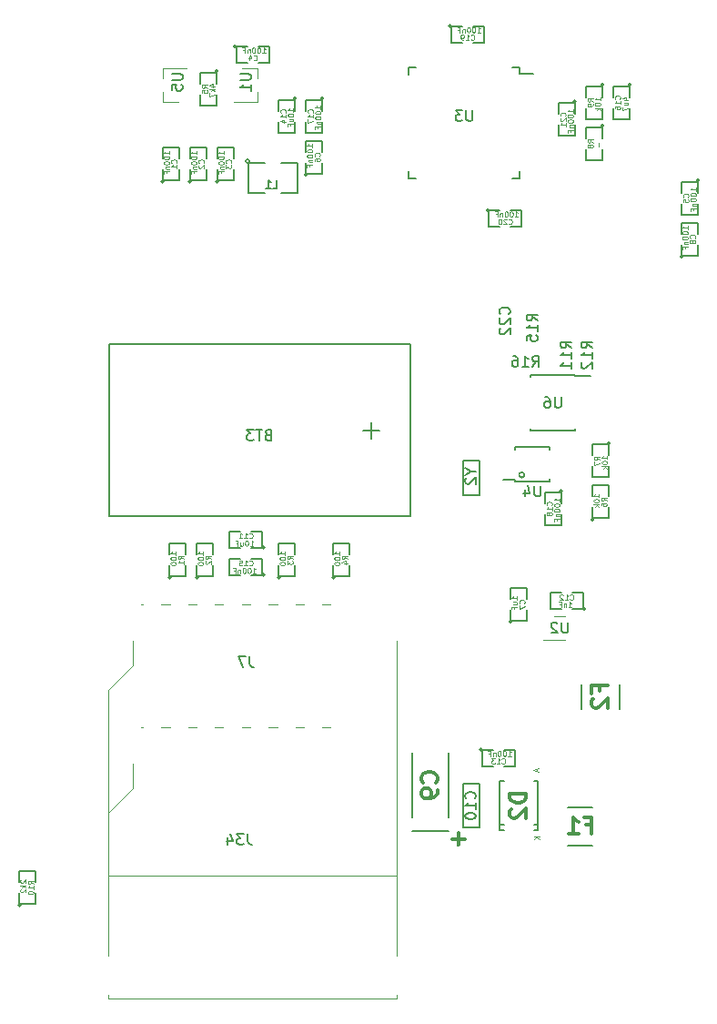
<source format=gbr>
%TF.GenerationSoftware,KiCad,Pcbnew,7.0.5.1-1-g8f565ef7f0-dirty-deb11*%
%TF.CreationDate,2023-07-21T03:25:23+00:00*%
%TF.ProjectId,DATALOGGER02,44415441-4c4f-4474-9745-5230322e6b69,rev?*%
%TF.SameCoordinates,Original*%
%TF.FileFunction,Legend,Bot*%
%TF.FilePolarity,Positive*%
%FSLAX46Y46*%
G04 Gerber Fmt 4.6, Leading zero omitted, Abs format (unit mm)*
G04 Created by KiCad (PCBNEW 7.0.5.1-1-g8f565ef7f0-dirty-deb11) date 2023-07-21 03:25:23*
%MOMM*%
%LPD*%
G01*
G04 APERTURE LIST*
%ADD10C,0.109220*%
%ADD11C,0.150000*%
%ADD12C,0.304800*%
%ADD13C,0.099060*%
%ADD14C,0.127000*%
%ADD15C,0.120000*%
G04 APERTURE END LIST*
D10*
%TO.C,C18*%
X64630650Y46359173D02*
X64654478Y46383001D01*
X64654478Y46383001D02*
X64678305Y46454483D01*
X64678305Y46454483D02*
X64678305Y46502139D01*
X64678305Y46502139D02*
X64654478Y46573622D01*
X64654478Y46573622D02*
X64606822Y46621277D01*
X64606822Y46621277D02*
X64559167Y46645104D01*
X64559167Y46645104D02*
X64463857Y46668932D01*
X64463857Y46668932D02*
X64392374Y46668932D01*
X64392374Y46668932D02*
X64297063Y46645104D01*
X64297063Y46645104D02*
X64249408Y46621277D01*
X64249408Y46621277D02*
X64201753Y46573622D01*
X64201753Y46573622D02*
X64177925Y46502139D01*
X64177925Y46502139D02*
X64177925Y46454483D01*
X64177925Y46454483D02*
X64201753Y46383001D01*
X64201753Y46383001D02*
X64225580Y46359173D01*
X64678305Y45882621D02*
X64678305Y46168552D01*
X64678305Y46025586D02*
X64177925Y46025586D01*
X64177925Y46025586D02*
X64249408Y46073242D01*
X64249408Y46073242D02*
X64297063Y46120897D01*
X64297063Y46120897D02*
X64320891Y46168552D01*
X64392374Y45596690D02*
X64368546Y45644345D01*
X64368546Y45644345D02*
X64344718Y45668172D01*
X64344718Y45668172D02*
X64297063Y45692000D01*
X64297063Y45692000D02*
X64273236Y45692000D01*
X64273236Y45692000D02*
X64225580Y45668172D01*
X64225580Y45668172D02*
X64201753Y45644345D01*
X64201753Y45644345D02*
X64177925Y45596690D01*
X64177925Y45596690D02*
X64177925Y45501379D01*
X64177925Y45501379D02*
X64201753Y45453724D01*
X64201753Y45453724D02*
X64225580Y45429896D01*
X64225580Y45429896D02*
X64273236Y45406069D01*
X64273236Y45406069D02*
X64297063Y45406069D01*
X64297063Y45406069D02*
X64344718Y45429896D01*
X64344718Y45429896D02*
X64368546Y45453724D01*
X64368546Y45453724D02*
X64392374Y45501379D01*
X64392374Y45501379D02*
X64392374Y45596690D01*
X64392374Y45596690D02*
X64416201Y45644345D01*
X64416201Y45644345D02*
X64440029Y45668172D01*
X64440029Y45668172D02*
X64487684Y45692000D01*
X64487684Y45692000D02*
X64582995Y45692000D01*
X64582995Y45692000D02*
X64630650Y45668172D01*
X64630650Y45668172D02*
X64654478Y45644345D01*
X64654478Y45644345D02*
X64678305Y45596690D01*
X64678305Y45596690D02*
X64678305Y45501379D01*
X64678305Y45501379D02*
X64654478Y45453724D01*
X64654478Y45453724D02*
X64630650Y45429896D01*
X64630650Y45429896D02*
X64582995Y45406069D01*
X64582995Y45406069D02*
X64487684Y45406069D01*
X64487684Y45406069D02*
X64440029Y45429896D01*
X64440029Y45429896D02*
X64416201Y45453724D01*
X64416201Y45453724D02*
X64392374Y45501379D01*
X65376805Y46684898D02*
X65376805Y46970829D01*
X65376805Y46827863D02*
X64876425Y46827863D01*
X64876425Y46827863D02*
X64947908Y46875519D01*
X64947908Y46875519D02*
X64995563Y46923174D01*
X64995563Y46923174D02*
X65019391Y46970829D01*
X64876425Y46375139D02*
X64876425Y46327484D01*
X64876425Y46327484D02*
X64900253Y46279828D01*
X64900253Y46279828D02*
X64924080Y46256001D01*
X64924080Y46256001D02*
X64971736Y46232173D01*
X64971736Y46232173D02*
X65067046Y46208346D01*
X65067046Y46208346D02*
X65186184Y46208346D01*
X65186184Y46208346D02*
X65281495Y46232173D01*
X65281495Y46232173D02*
X65329150Y46256001D01*
X65329150Y46256001D02*
X65352978Y46279828D01*
X65352978Y46279828D02*
X65376805Y46327484D01*
X65376805Y46327484D02*
X65376805Y46375139D01*
X65376805Y46375139D02*
X65352978Y46422794D01*
X65352978Y46422794D02*
X65329150Y46446622D01*
X65329150Y46446622D02*
X65281495Y46470449D01*
X65281495Y46470449D02*
X65186184Y46494277D01*
X65186184Y46494277D02*
X65067046Y46494277D01*
X65067046Y46494277D02*
X64971736Y46470449D01*
X64971736Y46470449D02*
X64924080Y46446622D01*
X64924080Y46446622D02*
X64900253Y46422794D01*
X64900253Y46422794D02*
X64876425Y46375139D01*
X64876425Y45898587D02*
X64876425Y45850932D01*
X64876425Y45850932D02*
X64900253Y45803276D01*
X64900253Y45803276D02*
X64924080Y45779449D01*
X64924080Y45779449D02*
X64971736Y45755621D01*
X64971736Y45755621D02*
X65067046Y45731794D01*
X65067046Y45731794D02*
X65186184Y45731794D01*
X65186184Y45731794D02*
X65281495Y45755621D01*
X65281495Y45755621D02*
X65329150Y45779449D01*
X65329150Y45779449D02*
X65352978Y45803276D01*
X65352978Y45803276D02*
X65376805Y45850932D01*
X65376805Y45850932D02*
X65376805Y45898587D01*
X65376805Y45898587D02*
X65352978Y45946242D01*
X65352978Y45946242D02*
X65329150Y45970070D01*
X65329150Y45970070D02*
X65281495Y45993897D01*
X65281495Y45993897D02*
X65186184Y46017725D01*
X65186184Y46017725D02*
X65067046Y46017725D01*
X65067046Y46017725D02*
X64971736Y45993897D01*
X64971736Y45993897D02*
X64924080Y45970070D01*
X64924080Y45970070D02*
X64900253Y45946242D01*
X64900253Y45946242D02*
X64876425Y45898587D01*
X65043218Y45517345D02*
X65376805Y45517345D01*
X65090874Y45517345D02*
X65067046Y45493518D01*
X65067046Y45493518D02*
X65043218Y45445863D01*
X65043218Y45445863D02*
X65043218Y45374380D01*
X65043218Y45374380D02*
X65067046Y45326724D01*
X65067046Y45326724D02*
X65114701Y45302897D01*
X65114701Y45302897D02*
X65376805Y45302897D01*
X65114701Y44897827D02*
X65114701Y45064620D01*
X65376805Y45064620D02*
X64876425Y45064620D01*
X64876425Y45064620D02*
X64876425Y44826344D01*
%TO.C,R1*%
X30388305Y41358397D02*
X30150029Y41525190D01*
X30388305Y41644328D02*
X29887925Y41644328D01*
X29887925Y41644328D02*
X29887925Y41453707D01*
X29887925Y41453707D02*
X29911753Y41406052D01*
X29911753Y41406052D02*
X29935580Y41382225D01*
X29935580Y41382225D02*
X29983236Y41358397D01*
X29983236Y41358397D02*
X30054718Y41358397D01*
X30054718Y41358397D02*
X30102374Y41382225D01*
X30102374Y41382225D02*
X30126201Y41406052D01*
X30126201Y41406052D02*
X30150029Y41453707D01*
X30150029Y41453707D02*
X30150029Y41644328D01*
X30388305Y40881845D02*
X30388305Y41167776D01*
X30388305Y41024810D02*
X29887925Y41024810D01*
X29887925Y41024810D02*
X29959408Y41072466D01*
X29959408Y41072466D02*
X30007063Y41120121D01*
X30007063Y41120121D02*
X30030891Y41167776D01*
X29689805Y41735587D02*
X29689805Y42021518D01*
X29689805Y41878552D02*
X29189425Y41878552D01*
X29189425Y41878552D02*
X29260908Y41926208D01*
X29260908Y41926208D02*
X29308563Y41973863D01*
X29308563Y41973863D02*
X29332391Y42021518D01*
X29189425Y41425828D02*
X29189425Y41378173D01*
X29189425Y41378173D02*
X29213253Y41330517D01*
X29213253Y41330517D02*
X29237080Y41306690D01*
X29237080Y41306690D02*
X29284736Y41282862D01*
X29284736Y41282862D02*
X29380046Y41259035D01*
X29380046Y41259035D02*
X29499184Y41259035D01*
X29499184Y41259035D02*
X29594495Y41282862D01*
X29594495Y41282862D02*
X29642150Y41306690D01*
X29642150Y41306690D02*
X29665978Y41330517D01*
X29665978Y41330517D02*
X29689805Y41378173D01*
X29689805Y41378173D02*
X29689805Y41425828D01*
X29689805Y41425828D02*
X29665978Y41473483D01*
X29665978Y41473483D02*
X29642150Y41497311D01*
X29642150Y41497311D02*
X29594495Y41521138D01*
X29594495Y41521138D02*
X29499184Y41544966D01*
X29499184Y41544966D02*
X29380046Y41544966D01*
X29380046Y41544966D02*
X29284736Y41521138D01*
X29284736Y41521138D02*
X29237080Y41497311D01*
X29237080Y41497311D02*
X29213253Y41473483D01*
X29213253Y41473483D02*
X29189425Y41425828D01*
X29189425Y40949276D02*
X29189425Y40901621D01*
X29189425Y40901621D02*
X29213253Y40853965D01*
X29213253Y40853965D02*
X29237080Y40830138D01*
X29237080Y40830138D02*
X29284736Y40806310D01*
X29284736Y40806310D02*
X29380046Y40782483D01*
X29380046Y40782483D02*
X29499184Y40782483D01*
X29499184Y40782483D02*
X29594495Y40806310D01*
X29594495Y40806310D02*
X29642150Y40830138D01*
X29642150Y40830138D02*
X29665978Y40853965D01*
X29665978Y40853965D02*
X29689805Y40901621D01*
X29689805Y40901621D02*
X29689805Y40949276D01*
X29689805Y40949276D02*
X29665978Y40996931D01*
X29665978Y40996931D02*
X29642150Y41020759D01*
X29642150Y41020759D02*
X29594495Y41044586D01*
X29594495Y41044586D02*
X29499184Y41068414D01*
X29499184Y41068414D02*
X29380046Y41068414D01*
X29380046Y41068414D02*
X29284736Y41044586D01*
X29284736Y41044586D02*
X29237080Y41020759D01*
X29237080Y41020759D02*
X29213253Y40996931D01*
X29213253Y40996931D02*
X29189425Y40949276D01*
%TO.C,C7*%
X62090650Y37230897D02*
X62114478Y37254725D01*
X62114478Y37254725D02*
X62138305Y37326207D01*
X62138305Y37326207D02*
X62138305Y37373863D01*
X62138305Y37373863D02*
X62114478Y37445346D01*
X62114478Y37445346D02*
X62066822Y37493001D01*
X62066822Y37493001D02*
X62019167Y37516828D01*
X62019167Y37516828D02*
X61923857Y37540656D01*
X61923857Y37540656D02*
X61852374Y37540656D01*
X61852374Y37540656D02*
X61757063Y37516828D01*
X61757063Y37516828D02*
X61709408Y37493001D01*
X61709408Y37493001D02*
X61661753Y37445346D01*
X61661753Y37445346D02*
X61637925Y37373863D01*
X61637925Y37373863D02*
X61637925Y37326207D01*
X61637925Y37326207D02*
X61661753Y37254725D01*
X61661753Y37254725D02*
X61685580Y37230897D01*
X61637925Y37064104D02*
X61637925Y36730517D01*
X61637925Y36730517D02*
X62138305Y36944966D01*
X61439805Y37572346D02*
X61439805Y37858277D01*
X61439805Y37715311D02*
X60939425Y37715311D01*
X60939425Y37715311D02*
X61010908Y37762967D01*
X61010908Y37762967D02*
X61058563Y37810622D01*
X61058563Y37810622D02*
X61082391Y37858277D01*
X61106218Y37143449D02*
X61439805Y37143449D01*
X61106218Y37357897D02*
X61368322Y37357897D01*
X61368322Y37357897D02*
X61415978Y37334070D01*
X61415978Y37334070D02*
X61439805Y37286415D01*
X61439805Y37286415D02*
X61439805Y37214932D01*
X61439805Y37214932D02*
X61415978Y37167276D01*
X61415978Y37167276D02*
X61392150Y37143449D01*
X61177701Y36738379D02*
X61177701Y36905172D01*
X61439805Y36905172D02*
X60939425Y36905172D01*
X60939425Y36905172D02*
X60939425Y36666896D01*
%TO.C,R4*%
X45628305Y41358397D02*
X45390029Y41525190D01*
X45628305Y41644328D02*
X45127925Y41644328D01*
X45127925Y41644328D02*
X45127925Y41453707D01*
X45127925Y41453707D02*
X45151753Y41406052D01*
X45151753Y41406052D02*
X45175580Y41382225D01*
X45175580Y41382225D02*
X45223236Y41358397D01*
X45223236Y41358397D02*
X45294718Y41358397D01*
X45294718Y41358397D02*
X45342374Y41382225D01*
X45342374Y41382225D02*
X45366201Y41406052D01*
X45366201Y41406052D02*
X45390029Y41453707D01*
X45390029Y41453707D02*
X45390029Y41644328D01*
X45294718Y40929500D02*
X45628305Y40929500D01*
X45104098Y41048638D02*
X45461512Y41167776D01*
X45461512Y41167776D02*
X45461512Y40858017D01*
X44929805Y41735587D02*
X44929805Y42021518D01*
X44929805Y41878552D02*
X44429425Y41878552D01*
X44429425Y41878552D02*
X44500908Y41926208D01*
X44500908Y41926208D02*
X44548563Y41973863D01*
X44548563Y41973863D02*
X44572391Y42021518D01*
X44429425Y41425828D02*
X44429425Y41378173D01*
X44429425Y41378173D02*
X44453253Y41330517D01*
X44453253Y41330517D02*
X44477080Y41306690D01*
X44477080Y41306690D02*
X44524736Y41282862D01*
X44524736Y41282862D02*
X44620046Y41259035D01*
X44620046Y41259035D02*
X44739184Y41259035D01*
X44739184Y41259035D02*
X44834495Y41282862D01*
X44834495Y41282862D02*
X44882150Y41306690D01*
X44882150Y41306690D02*
X44905978Y41330517D01*
X44905978Y41330517D02*
X44929805Y41378173D01*
X44929805Y41378173D02*
X44929805Y41425828D01*
X44929805Y41425828D02*
X44905978Y41473483D01*
X44905978Y41473483D02*
X44882150Y41497311D01*
X44882150Y41497311D02*
X44834495Y41521138D01*
X44834495Y41521138D02*
X44739184Y41544966D01*
X44739184Y41544966D02*
X44620046Y41544966D01*
X44620046Y41544966D02*
X44524736Y41521138D01*
X44524736Y41521138D02*
X44477080Y41497311D01*
X44477080Y41497311D02*
X44453253Y41473483D01*
X44453253Y41473483D02*
X44429425Y41425828D01*
X44429425Y40949276D02*
X44429425Y40901621D01*
X44429425Y40901621D02*
X44453253Y40853965D01*
X44453253Y40853965D02*
X44477080Y40830138D01*
X44477080Y40830138D02*
X44524736Y40806310D01*
X44524736Y40806310D02*
X44620046Y40782483D01*
X44620046Y40782483D02*
X44739184Y40782483D01*
X44739184Y40782483D02*
X44834495Y40806310D01*
X44834495Y40806310D02*
X44882150Y40830138D01*
X44882150Y40830138D02*
X44905978Y40853965D01*
X44905978Y40853965D02*
X44929805Y40901621D01*
X44929805Y40901621D02*
X44929805Y40949276D01*
X44929805Y40949276D02*
X44905978Y40996931D01*
X44905978Y40996931D02*
X44882150Y41020759D01*
X44882150Y41020759D02*
X44834495Y41044586D01*
X44834495Y41044586D02*
X44739184Y41068414D01*
X44739184Y41068414D02*
X44620046Y41068414D01*
X44620046Y41068414D02*
X44524736Y41044586D01*
X44524736Y41044586D02*
X44477080Y41020759D01*
X44477080Y41020759D02*
X44453253Y40996931D01*
X44453253Y40996931D02*
X44429425Y40949276D01*
%TO.C,C8*%
X77965650Y71203397D02*
X77989478Y71227225D01*
X77989478Y71227225D02*
X78013305Y71298707D01*
X78013305Y71298707D02*
X78013305Y71346363D01*
X78013305Y71346363D02*
X77989478Y71417846D01*
X77989478Y71417846D02*
X77941822Y71465501D01*
X77941822Y71465501D02*
X77894167Y71489328D01*
X77894167Y71489328D02*
X77798857Y71513156D01*
X77798857Y71513156D02*
X77727374Y71513156D01*
X77727374Y71513156D02*
X77632063Y71489328D01*
X77632063Y71489328D02*
X77584408Y71465501D01*
X77584408Y71465501D02*
X77536753Y71417846D01*
X77536753Y71417846D02*
X77512925Y71346363D01*
X77512925Y71346363D02*
X77512925Y71298707D01*
X77512925Y71298707D02*
X77536753Y71227225D01*
X77536753Y71227225D02*
X77560580Y71203397D01*
X77727374Y70917466D02*
X77703546Y70965121D01*
X77703546Y70965121D02*
X77679718Y70988948D01*
X77679718Y70988948D02*
X77632063Y71012776D01*
X77632063Y71012776D02*
X77608236Y71012776D01*
X77608236Y71012776D02*
X77560580Y70988948D01*
X77560580Y70988948D02*
X77536753Y70965121D01*
X77536753Y70965121D02*
X77512925Y70917466D01*
X77512925Y70917466D02*
X77512925Y70822155D01*
X77512925Y70822155D02*
X77536753Y70774500D01*
X77536753Y70774500D02*
X77560580Y70750672D01*
X77560580Y70750672D02*
X77608236Y70726845D01*
X77608236Y70726845D02*
X77632063Y70726845D01*
X77632063Y70726845D02*
X77679718Y70750672D01*
X77679718Y70750672D02*
X77703546Y70774500D01*
X77703546Y70774500D02*
X77727374Y70822155D01*
X77727374Y70822155D02*
X77727374Y70917466D01*
X77727374Y70917466D02*
X77751201Y70965121D01*
X77751201Y70965121D02*
X77775029Y70988948D01*
X77775029Y70988948D02*
X77822684Y71012776D01*
X77822684Y71012776D02*
X77917995Y71012776D01*
X77917995Y71012776D02*
X77965650Y70988948D01*
X77965650Y70988948D02*
X77989478Y70965121D01*
X77989478Y70965121D02*
X78013305Y70917466D01*
X78013305Y70917466D02*
X78013305Y70822155D01*
X78013305Y70822155D02*
X77989478Y70774500D01*
X77989478Y70774500D02*
X77965650Y70750672D01*
X77965650Y70750672D02*
X77917995Y70726845D01*
X77917995Y70726845D02*
X77822684Y70726845D01*
X77822684Y70726845D02*
X77775029Y70750672D01*
X77775029Y70750672D02*
X77751201Y70774500D01*
X77751201Y70774500D02*
X77727374Y70822155D01*
X77314805Y72021398D02*
X77314805Y72307329D01*
X77314805Y72164363D02*
X76814425Y72164363D01*
X76814425Y72164363D02*
X76885908Y72212019D01*
X76885908Y72212019D02*
X76933563Y72259674D01*
X76933563Y72259674D02*
X76957391Y72307329D01*
X76814425Y71711639D02*
X76814425Y71663984D01*
X76814425Y71663984D02*
X76838253Y71616328D01*
X76838253Y71616328D02*
X76862080Y71592501D01*
X76862080Y71592501D02*
X76909736Y71568673D01*
X76909736Y71568673D02*
X77005046Y71544846D01*
X77005046Y71544846D02*
X77124184Y71544846D01*
X77124184Y71544846D02*
X77219495Y71568673D01*
X77219495Y71568673D02*
X77267150Y71592501D01*
X77267150Y71592501D02*
X77290978Y71616328D01*
X77290978Y71616328D02*
X77314805Y71663984D01*
X77314805Y71663984D02*
X77314805Y71711639D01*
X77314805Y71711639D02*
X77290978Y71759294D01*
X77290978Y71759294D02*
X77267150Y71783122D01*
X77267150Y71783122D02*
X77219495Y71806949D01*
X77219495Y71806949D02*
X77124184Y71830777D01*
X77124184Y71830777D02*
X77005046Y71830777D01*
X77005046Y71830777D02*
X76909736Y71806949D01*
X76909736Y71806949D02*
X76862080Y71783122D01*
X76862080Y71783122D02*
X76838253Y71759294D01*
X76838253Y71759294D02*
X76814425Y71711639D01*
X76814425Y71235087D02*
X76814425Y71187432D01*
X76814425Y71187432D02*
X76838253Y71139776D01*
X76838253Y71139776D02*
X76862080Y71115949D01*
X76862080Y71115949D02*
X76909736Y71092121D01*
X76909736Y71092121D02*
X77005046Y71068294D01*
X77005046Y71068294D02*
X77124184Y71068294D01*
X77124184Y71068294D02*
X77219495Y71092121D01*
X77219495Y71092121D02*
X77267150Y71115949D01*
X77267150Y71115949D02*
X77290978Y71139776D01*
X77290978Y71139776D02*
X77314805Y71187432D01*
X77314805Y71187432D02*
X77314805Y71235087D01*
X77314805Y71235087D02*
X77290978Y71282742D01*
X77290978Y71282742D02*
X77267150Y71306570D01*
X77267150Y71306570D02*
X77219495Y71330397D01*
X77219495Y71330397D02*
X77124184Y71354225D01*
X77124184Y71354225D02*
X77005046Y71354225D01*
X77005046Y71354225D02*
X76909736Y71330397D01*
X76909736Y71330397D02*
X76862080Y71306570D01*
X76862080Y71306570D02*
X76838253Y71282742D01*
X76838253Y71282742D02*
X76814425Y71235087D01*
X76981218Y70853845D02*
X77314805Y70853845D01*
X77028874Y70853845D02*
X77005046Y70830018D01*
X77005046Y70830018D02*
X76981218Y70782363D01*
X76981218Y70782363D02*
X76981218Y70710880D01*
X76981218Y70710880D02*
X77005046Y70663224D01*
X77005046Y70663224D02*
X77052701Y70639397D01*
X77052701Y70639397D02*
X77314805Y70639397D01*
X77052701Y70234327D02*
X77052701Y70401120D01*
X77314805Y70401120D02*
X76814425Y70401120D01*
X76814425Y70401120D02*
X76814425Y70162844D01*
%TO.C,C5*%
X77330650Y75013397D02*
X77354478Y75037225D01*
X77354478Y75037225D02*
X77378305Y75108707D01*
X77378305Y75108707D02*
X77378305Y75156363D01*
X77378305Y75156363D02*
X77354478Y75227846D01*
X77354478Y75227846D02*
X77306822Y75275501D01*
X77306822Y75275501D02*
X77259167Y75299328D01*
X77259167Y75299328D02*
X77163857Y75323156D01*
X77163857Y75323156D02*
X77092374Y75323156D01*
X77092374Y75323156D02*
X76997063Y75299328D01*
X76997063Y75299328D02*
X76949408Y75275501D01*
X76949408Y75275501D02*
X76901753Y75227846D01*
X76901753Y75227846D02*
X76877925Y75156363D01*
X76877925Y75156363D02*
X76877925Y75108707D01*
X76877925Y75108707D02*
X76901753Y75037225D01*
X76901753Y75037225D02*
X76925580Y75013397D01*
X76877925Y74560672D02*
X76877925Y74798948D01*
X76877925Y74798948D02*
X77116201Y74822776D01*
X77116201Y74822776D02*
X77092374Y74798948D01*
X77092374Y74798948D02*
X77068546Y74751293D01*
X77068546Y74751293D02*
X77068546Y74632155D01*
X77068546Y74632155D02*
X77092374Y74584500D01*
X77092374Y74584500D02*
X77116201Y74560672D01*
X77116201Y74560672D02*
X77163857Y74536845D01*
X77163857Y74536845D02*
X77282995Y74536845D01*
X77282995Y74536845D02*
X77330650Y74560672D01*
X77330650Y74560672D02*
X77354478Y74584500D01*
X77354478Y74584500D02*
X77378305Y74632155D01*
X77378305Y74632155D02*
X77378305Y74751293D01*
X77378305Y74751293D02*
X77354478Y74798948D01*
X77354478Y74798948D02*
X77330650Y74822776D01*
X78076805Y75577398D02*
X78076805Y75863329D01*
X78076805Y75720363D02*
X77576425Y75720363D01*
X77576425Y75720363D02*
X77647908Y75768019D01*
X77647908Y75768019D02*
X77695563Y75815674D01*
X77695563Y75815674D02*
X77719391Y75863329D01*
X77576425Y75267639D02*
X77576425Y75219984D01*
X77576425Y75219984D02*
X77600253Y75172328D01*
X77600253Y75172328D02*
X77624080Y75148501D01*
X77624080Y75148501D02*
X77671736Y75124673D01*
X77671736Y75124673D02*
X77767046Y75100846D01*
X77767046Y75100846D02*
X77886184Y75100846D01*
X77886184Y75100846D02*
X77981495Y75124673D01*
X77981495Y75124673D02*
X78029150Y75148501D01*
X78029150Y75148501D02*
X78052978Y75172328D01*
X78052978Y75172328D02*
X78076805Y75219984D01*
X78076805Y75219984D02*
X78076805Y75267639D01*
X78076805Y75267639D02*
X78052978Y75315294D01*
X78052978Y75315294D02*
X78029150Y75339122D01*
X78029150Y75339122D02*
X77981495Y75362949D01*
X77981495Y75362949D02*
X77886184Y75386777D01*
X77886184Y75386777D02*
X77767046Y75386777D01*
X77767046Y75386777D02*
X77671736Y75362949D01*
X77671736Y75362949D02*
X77624080Y75339122D01*
X77624080Y75339122D02*
X77600253Y75315294D01*
X77600253Y75315294D02*
X77576425Y75267639D01*
X77576425Y74791087D02*
X77576425Y74743432D01*
X77576425Y74743432D02*
X77600253Y74695776D01*
X77600253Y74695776D02*
X77624080Y74671949D01*
X77624080Y74671949D02*
X77671736Y74648121D01*
X77671736Y74648121D02*
X77767046Y74624294D01*
X77767046Y74624294D02*
X77886184Y74624294D01*
X77886184Y74624294D02*
X77981495Y74648121D01*
X77981495Y74648121D02*
X78029150Y74671949D01*
X78029150Y74671949D02*
X78052978Y74695776D01*
X78052978Y74695776D02*
X78076805Y74743432D01*
X78076805Y74743432D02*
X78076805Y74791087D01*
X78076805Y74791087D02*
X78052978Y74838742D01*
X78052978Y74838742D02*
X78029150Y74862570D01*
X78029150Y74862570D02*
X77981495Y74886397D01*
X77981495Y74886397D02*
X77886184Y74910225D01*
X77886184Y74910225D02*
X77767046Y74910225D01*
X77767046Y74910225D02*
X77671736Y74886397D01*
X77671736Y74886397D02*
X77624080Y74862570D01*
X77624080Y74862570D02*
X77600253Y74838742D01*
X77600253Y74838742D02*
X77576425Y74791087D01*
X77743218Y74409845D02*
X78076805Y74409845D01*
X77790874Y74409845D02*
X77767046Y74386018D01*
X77767046Y74386018D02*
X77743218Y74338363D01*
X77743218Y74338363D02*
X77743218Y74266880D01*
X77743218Y74266880D02*
X77767046Y74219224D01*
X77767046Y74219224D02*
X77814701Y74195397D01*
X77814701Y74195397D02*
X78076805Y74195397D01*
X77814701Y73790327D02*
X77814701Y73957120D01*
X78076805Y73957120D02*
X77576425Y73957120D01*
X77576425Y73957120D02*
X77576425Y73718844D01*
%TO.C,C16*%
X70980650Y84141673D02*
X71004478Y84165501D01*
X71004478Y84165501D02*
X71028305Y84236983D01*
X71028305Y84236983D02*
X71028305Y84284639D01*
X71028305Y84284639D02*
X71004478Y84356122D01*
X71004478Y84356122D02*
X70956822Y84403777D01*
X70956822Y84403777D02*
X70909167Y84427604D01*
X70909167Y84427604D02*
X70813857Y84451432D01*
X70813857Y84451432D02*
X70742374Y84451432D01*
X70742374Y84451432D02*
X70647063Y84427604D01*
X70647063Y84427604D02*
X70599408Y84403777D01*
X70599408Y84403777D02*
X70551753Y84356122D01*
X70551753Y84356122D02*
X70527925Y84284639D01*
X70527925Y84284639D02*
X70527925Y84236983D01*
X70527925Y84236983D02*
X70551753Y84165501D01*
X70551753Y84165501D02*
X70575580Y84141673D01*
X71028305Y83665121D02*
X71028305Y83951052D01*
X71028305Y83808086D02*
X70527925Y83808086D01*
X70527925Y83808086D02*
X70599408Y83855742D01*
X70599408Y83855742D02*
X70647063Y83903397D01*
X70647063Y83903397D02*
X70670891Y83951052D01*
X70527925Y83236224D02*
X70527925Y83331534D01*
X70527925Y83331534D02*
X70551753Y83379190D01*
X70551753Y83379190D02*
X70575580Y83403017D01*
X70575580Y83403017D02*
X70647063Y83450672D01*
X70647063Y83450672D02*
X70742374Y83474500D01*
X70742374Y83474500D02*
X70932995Y83474500D01*
X70932995Y83474500D02*
X70980650Y83450672D01*
X70980650Y83450672D02*
X71004478Y83426845D01*
X71004478Y83426845D02*
X71028305Y83379190D01*
X71028305Y83379190D02*
X71028305Y83283879D01*
X71028305Y83283879D02*
X71004478Y83236224D01*
X71004478Y83236224D02*
X70980650Y83212396D01*
X70980650Y83212396D02*
X70932995Y83188569D01*
X70932995Y83188569D02*
X70813857Y83188569D01*
X70813857Y83188569D02*
X70766201Y83212396D01*
X70766201Y83212396D02*
X70742374Y83236224D01*
X70742374Y83236224D02*
X70718546Y83283879D01*
X70718546Y83283879D02*
X70718546Y83379190D01*
X70718546Y83379190D02*
X70742374Y83426845D01*
X70742374Y83426845D02*
X70766201Y83450672D01*
X70766201Y83450672D02*
X70813857Y83474500D01*
X71393218Y84062328D02*
X71726805Y84062328D01*
X71202598Y84181466D02*
X71560012Y84300604D01*
X71560012Y84300604D02*
X71560012Y83990845D01*
X71393218Y83585776D02*
X71726805Y83585776D01*
X71393218Y83800224D02*
X71655322Y83800224D01*
X71655322Y83800224D02*
X71702978Y83776397D01*
X71702978Y83776397D02*
X71726805Y83728742D01*
X71726805Y83728742D02*
X71726805Y83657259D01*
X71726805Y83657259D02*
X71702978Y83609603D01*
X71702978Y83609603D02*
X71679150Y83585776D01*
X71226425Y83395155D02*
X71226425Y83061568D01*
X71226425Y83061568D02*
X71726805Y83276017D01*
%TO.C,C17*%
X42405650Y82871673D02*
X42429478Y82895501D01*
X42429478Y82895501D02*
X42453305Y82966983D01*
X42453305Y82966983D02*
X42453305Y83014639D01*
X42453305Y83014639D02*
X42429478Y83086122D01*
X42429478Y83086122D02*
X42381822Y83133777D01*
X42381822Y83133777D02*
X42334167Y83157604D01*
X42334167Y83157604D02*
X42238857Y83181432D01*
X42238857Y83181432D02*
X42167374Y83181432D01*
X42167374Y83181432D02*
X42072063Y83157604D01*
X42072063Y83157604D02*
X42024408Y83133777D01*
X42024408Y83133777D02*
X41976753Y83086122D01*
X41976753Y83086122D02*
X41952925Y83014639D01*
X41952925Y83014639D02*
X41952925Y82966983D01*
X41952925Y82966983D02*
X41976753Y82895501D01*
X41976753Y82895501D02*
X42000580Y82871673D01*
X42453305Y82395121D02*
X42453305Y82681052D01*
X42453305Y82538086D02*
X41952925Y82538086D01*
X41952925Y82538086D02*
X42024408Y82585742D01*
X42024408Y82585742D02*
X42072063Y82633397D01*
X42072063Y82633397D02*
X42095891Y82681052D01*
X41952925Y82228328D02*
X41952925Y81894741D01*
X41952925Y81894741D02*
X42453305Y82109190D01*
X43151805Y83197398D02*
X43151805Y83483329D01*
X43151805Y83340363D02*
X42651425Y83340363D01*
X42651425Y83340363D02*
X42722908Y83388019D01*
X42722908Y83388019D02*
X42770563Y83435674D01*
X42770563Y83435674D02*
X42794391Y83483329D01*
X42651425Y82887639D02*
X42651425Y82839984D01*
X42651425Y82839984D02*
X42675253Y82792328D01*
X42675253Y82792328D02*
X42699080Y82768501D01*
X42699080Y82768501D02*
X42746736Y82744673D01*
X42746736Y82744673D02*
X42842046Y82720846D01*
X42842046Y82720846D02*
X42961184Y82720846D01*
X42961184Y82720846D02*
X43056495Y82744673D01*
X43056495Y82744673D02*
X43104150Y82768501D01*
X43104150Y82768501D02*
X43127978Y82792328D01*
X43127978Y82792328D02*
X43151805Y82839984D01*
X43151805Y82839984D02*
X43151805Y82887639D01*
X43151805Y82887639D02*
X43127978Y82935294D01*
X43127978Y82935294D02*
X43104150Y82959122D01*
X43104150Y82959122D02*
X43056495Y82982949D01*
X43056495Y82982949D02*
X42961184Y83006777D01*
X42961184Y83006777D02*
X42842046Y83006777D01*
X42842046Y83006777D02*
X42746736Y82982949D01*
X42746736Y82982949D02*
X42699080Y82959122D01*
X42699080Y82959122D02*
X42675253Y82935294D01*
X42675253Y82935294D02*
X42651425Y82887639D01*
X42651425Y82411087D02*
X42651425Y82363432D01*
X42651425Y82363432D02*
X42675253Y82315776D01*
X42675253Y82315776D02*
X42699080Y82291949D01*
X42699080Y82291949D02*
X42746736Y82268121D01*
X42746736Y82268121D02*
X42842046Y82244294D01*
X42842046Y82244294D02*
X42961184Y82244294D01*
X42961184Y82244294D02*
X43056495Y82268121D01*
X43056495Y82268121D02*
X43104150Y82291949D01*
X43104150Y82291949D02*
X43127978Y82315776D01*
X43127978Y82315776D02*
X43151805Y82363432D01*
X43151805Y82363432D02*
X43151805Y82411087D01*
X43151805Y82411087D02*
X43127978Y82458742D01*
X43127978Y82458742D02*
X43104150Y82482570D01*
X43104150Y82482570D02*
X43056495Y82506397D01*
X43056495Y82506397D02*
X42961184Y82530225D01*
X42961184Y82530225D02*
X42842046Y82530225D01*
X42842046Y82530225D02*
X42746736Y82506397D01*
X42746736Y82506397D02*
X42699080Y82482570D01*
X42699080Y82482570D02*
X42675253Y82458742D01*
X42675253Y82458742D02*
X42651425Y82411087D01*
X42818218Y82029845D02*
X43151805Y82029845D01*
X42865874Y82029845D02*
X42842046Y82006018D01*
X42842046Y82006018D02*
X42818218Y81958363D01*
X42818218Y81958363D02*
X42818218Y81886880D01*
X42818218Y81886880D02*
X42842046Y81839224D01*
X42842046Y81839224D02*
X42889701Y81815397D01*
X42889701Y81815397D02*
X43151805Y81815397D01*
X42889701Y81410327D02*
X42889701Y81577120D01*
X43151805Y81577120D02*
X42651425Y81577120D01*
X42651425Y81577120D02*
X42651425Y81338844D01*
%TO.C,R8*%
X68488305Y80093397D02*
X68250029Y80260190D01*
X68488305Y80379328D02*
X67987925Y80379328D01*
X67987925Y80379328D02*
X67987925Y80188707D01*
X67987925Y80188707D02*
X68011753Y80141052D01*
X68011753Y80141052D02*
X68035580Y80117225D01*
X68035580Y80117225D02*
X68083236Y80093397D01*
X68083236Y80093397D02*
X68154718Y80093397D01*
X68154718Y80093397D02*
X68202374Y80117225D01*
X68202374Y80117225D02*
X68226201Y80141052D01*
X68226201Y80141052D02*
X68250029Y80188707D01*
X68250029Y80188707D02*
X68250029Y80379328D01*
X68202374Y79807466D02*
X68178546Y79855121D01*
X68178546Y79855121D02*
X68154718Y79878948D01*
X68154718Y79878948D02*
X68107063Y79902776D01*
X68107063Y79902776D02*
X68083236Y79902776D01*
X68083236Y79902776D02*
X68035580Y79878948D01*
X68035580Y79878948D02*
X68011753Y79855121D01*
X68011753Y79855121D02*
X67987925Y79807466D01*
X67987925Y79807466D02*
X67987925Y79712155D01*
X67987925Y79712155D02*
X68011753Y79664500D01*
X68011753Y79664500D02*
X68035580Y79640672D01*
X68035580Y79640672D02*
X68083236Y79616845D01*
X68083236Y79616845D02*
X68107063Y79616845D01*
X68107063Y79616845D02*
X68154718Y79640672D01*
X68154718Y79640672D02*
X68178546Y79664500D01*
X68178546Y79664500D02*
X68202374Y79712155D01*
X68202374Y79712155D02*
X68202374Y79807466D01*
X68202374Y79807466D02*
X68226201Y79855121D01*
X68226201Y79855121D02*
X68250029Y79878948D01*
X68250029Y79878948D02*
X68297684Y79902776D01*
X68297684Y79902776D02*
X68392995Y79902776D01*
X68392995Y79902776D02*
X68440650Y79878948D01*
X68440650Y79878948D02*
X68464478Y79855121D01*
X68464478Y79855121D02*
X68488305Y79807466D01*
X68488305Y79807466D02*
X68488305Y79712155D01*
X68488305Y79712155D02*
X68464478Y79664500D01*
X68464478Y79664500D02*
X68440650Y79640672D01*
X68440650Y79640672D02*
X68392995Y79616845D01*
X68392995Y79616845D02*
X68297684Y79616845D01*
X68297684Y79616845D02*
X68250029Y79640672D01*
X68250029Y79640672D02*
X68226201Y79664500D01*
X68226201Y79664500D02*
X68202374Y79712155D01*
X68996184Y80073621D02*
X68996184Y79692379D01*
%TO.C,R9*%
X68488305Y83903397D02*
X68250029Y84070190D01*
X68488305Y84189328D02*
X67987925Y84189328D01*
X67987925Y84189328D02*
X67987925Y83998707D01*
X67987925Y83998707D02*
X68011753Y83951052D01*
X68011753Y83951052D02*
X68035580Y83927225D01*
X68035580Y83927225D02*
X68083236Y83903397D01*
X68083236Y83903397D02*
X68154718Y83903397D01*
X68154718Y83903397D02*
X68202374Y83927225D01*
X68202374Y83927225D02*
X68226201Y83951052D01*
X68226201Y83951052D02*
X68250029Y83998707D01*
X68250029Y83998707D02*
X68250029Y84189328D01*
X68488305Y83665121D02*
X68488305Y83569810D01*
X68488305Y83569810D02*
X68464478Y83522155D01*
X68464478Y83522155D02*
X68440650Y83498327D01*
X68440650Y83498327D02*
X68369167Y83450672D01*
X68369167Y83450672D02*
X68273857Y83426845D01*
X68273857Y83426845D02*
X68083236Y83426845D01*
X68083236Y83426845D02*
X68035580Y83450672D01*
X68035580Y83450672D02*
X68011753Y83474500D01*
X68011753Y83474500D02*
X67987925Y83522155D01*
X67987925Y83522155D02*
X67987925Y83617466D01*
X67987925Y83617466D02*
X68011753Y83665121D01*
X68011753Y83665121D02*
X68035580Y83688948D01*
X68035580Y83688948D02*
X68083236Y83712776D01*
X68083236Y83712776D02*
X68202374Y83712776D01*
X68202374Y83712776D02*
X68250029Y83688948D01*
X68250029Y83688948D02*
X68273857Y83665121D01*
X68273857Y83665121D02*
X68297684Y83617466D01*
X68297684Y83617466D02*
X68297684Y83522155D01*
X68297684Y83522155D02*
X68273857Y83474500D01*
X68273857Y83474500D02*
X68250029Y83450672D01*
X68250029Y83450672D02*
X68202374Y83426845D01*
X69186805Y83990846D02*
X69186805Y84276777D01*
X69186805Y84133811D02*
X68686425Y84133811D01*
X68686425Y84133811D02*
X68757908Y84181467D01*
X68757908Y84181467D02*
X68805563Y84229122D01*
X68805563Y84229122D02*
X68829391Y84276777D01*
X68686425Y83681087D02*
X68686425Y83633432D01*
X68686425Y83633432D02*
X68710253Y83585776D01*
X68710253Y83585776D02*
X68734080Y83561949D01*
X68734080Y83561949D02*
X68781736Y83538121D01*
X68781736Y83538121D02*
X68877046Y83514294D01*
X68877046Y83514294D02*
X68996184Y83514294D01*
X68996184Y83514294D02*
X69091495Y83538121D01*
X69091495Y83538121D02*
X69139150Y83561949D01*
X69139150Y83561949D02*
X69162978Y83585776D01*
X69162978Y83585776D02*
X69186805Y83633432D01*
X69186805Y83633432D02*
X69186805Y83681087D01*
X69186805Y83681087D02*
X69162978Y83728742D01*
X69162978Y83728742D02*
X69139150Y83752570D01*
X69139150Y83752570D02*
X69091495Y83776397D01*
X69091495Y83776397D02*
X68996184Y83800225D01*
X68996184Y83800225D02*
X68877046Y83800225D01*
X68877046Y83800225D02*
X68781736Y83776397D01*
X68781736Y83776397D02*
X68734080Y83752570D01*
X68734080Y83752570D02*
X68710253Y83728742D01*
X68710253Y83728742D02*
X68686425Y83681087D01*
X69186805Y83299845D02*
X68686425Y83299845D01*
X68996184Y83252190D02*
X69186805Y83109224D01*
X68853218Y83109224D02*
X69043839Y83299845D01*
D11*
%TO.C,U4*%
X63626904Y48160181D02*
X63626904Y47350658D01*
X63626904Y47350658D02*
X63579285Y47255420D01*
X63579285Y47255420D02*
X63531666Y47207800D01*
X63531666Y47207800D02*
X63436428Y47160181D01*
X63436428Y47160181D02*
X63245952Y47160181D01*
X63245952Y47160181D02*
X63150714Y47207800D01*
X63150714Y47207800D02*
X63103095Y47255420D01*
X63103095Y47255420D02*
X63055476Y47350658D01*
X63055476Y47350658D02*
X63055476Y48160181D01*
X62150714Y47826848D02*
X62150714Y47160181D01*
X62388809Y48207800D02*
X62626904Y47493515D01*
X62626904Y47493515D02*
X62007857Y47493515D01*
D10*
%TO.C,C1*%
X29705650Y78188397D02*
X29729478Y78212225D01*
X29729478Y78212225D02*
X29753305Y78283707D01*
X29753305Y78283707D02*
X29753305Y78331363D01*
X29753305Y78331363D02*
X29729478Y78402846D01*
X29729478Y78402846D02*
X29681822Y78450501D01*
X29681822Y78450501D02*
X29634167Y78474328D01*
X29634167Y78474328D02*
X29538857Y78498156D01*
X29538857Y78498156D02*
X29467374Y78498156D01*
X29467374Y78498156D02*
X29372063Y78474328D01*
X29372063Y78474328D02*
X29324408Y78450501D01*
X29324408Y78450501D02*
X29276753Y78402846D01*
X29276753Y78402846D02*
X29252925Y78331363D01*
X29252925Y78331363D02*
X29252925Y78283707D01*
X29252925Y78283707D02*
X29276753Y78212225D01*
X29276753Y78212225D02*
X29300580Y78188397D01*
X29753305Y77711845D02*
X29753305Y77997776D01*
X29753305Y77854810D02*
X29252925Y77854810D01*
X29252925Y77854810D02*
X29324408Y77902466D01*
X29324408Y77902466D02*
X29372063Y77950121D01*
X29372063Y77950121D02*
X29395891Y77997776D01*
X29054805Y79006398D02*
X29054805Y79292329D01*
X29054805Y79149363D02*
X28554425Y79149363D01*
X28554425Y79149363D02*
X28625908Y79197019D01*
X28625908Y79197019D02*
X28673563Y79244674D01*
X28673563Y79244674D02*
X28697391Y79292329D01*
X28554425Y78696639D02*
X28554425Y78648984D01*
X28554425Y78648984D02*
X28578253Y78601328D01*
X28578253Y78601328D02*
X28602080Y78577501D01*
X28602080Y78577501D02*
X28649736Y78553673D01*
X28649736Y78553673D02*
X28745046Y78529846D01*
X28745046Y78529846D02*
X28864184Y78529846D01*
X28864184Y78529846D02*
X28959495Y78553673D01*
X28959495Y78553673D02*
X29007150Y78577501D01*
X29007150Y78577501D02*
X29030978Y78601328D01*
X29030978Y78601328D02*
X29054805Y78648984D01*
X29054805Y78648984D02*
X29054805Y78696639D01*
X29054805Y78696639D02*
X29030978Y78744294D01*
X29030978Y78744294D02*
X29007150Y78768122D01*
X29007150Y78768122D02*
X28959495Y78791949D01*
X28959495Y78791949D02*
X28864184Y78815777D01*
X28864184Y78815777D02*
X28745046Y78815777D01*
X28745046Y78815777D02*
X28649736Y78791949D01*
X28649736Y78791949D02*
X28602080Y78768122D01*
X28602080Y78768122D02*
X28578253Y78744294D01*
X28578253Y78744294D02*
X28554425Y78696639D01*
X28554425Y78220087D02*
X28554425Y78172432D01*
X28554425Y78172432D02*
X28578253Y78124776D01*
X28578253Y78124776D02*
X28602080Y78100949D01*
X28602080Y78100949D02*
X28649736Y78077121D01*
X28649736Y78077121D02*
X28745046Y78053294D01*
X28745046Y78053294D02*
X28864184Y78053294D01*
X28864184Y78053294D02*
X28959495Y78077121D01*
X28959495Y78077121D02*
X29007150Y78100949D01*
X29007150Y78100949D02*
X29030978Y78124776D01*
X29030978Y78124776D02*
X29054805Y78172432D01*
X29054805Y78172432D02*
X29054805Y78220087D01*
X29054805Y78220087D02*
X29030978Y78267742D01*
X29030978Y78267742D02*
X29007150Y78291570D01*
X29007150Y78291570D02*
X28959495Y78315397D01*
X28959495Y78315397D02*
X28864184Y78339225D01*
X28864184Y78339225D02*
X28745046Y78339225D01*
X28745046Y78339225D02*
X28649736Y78315397D01*
X28649736Y78315397D02*
X28602080Y78291570D01*
X28602080Y78291570D02*
X28578253Y78267742D01*
X28578253Y78267742D02*
X28554425Y78220087D01*
X28721218Y77838845D02*
X29054805Y77838845D01*
X28768874Y77838845D02*
X28745046Y77815018D01*
X28745046Y77815018D02*
X28721218Y77767363D01*
X28721218Y77767363D02*
X28721218Y77695880D01*
X28721218Y77695880D02*
X28745046Y77648224D01*
X28745046Y77648224D02*
X28792701Y77624397D01*
X28792701Y77624397D02*
X29054805Y77624397D01*
X28792701Y77219327D02*
X28792701Y77386120D01*
X29054805Y77386120D02*
X28554425Y77386120D01*
X28554425Y77386120D02*
X28554425Y77147844D01*
%TO.C,C2*%
X32245650Y78188397D02*
X32269478Y78212225D01*
X32269478Y78212225D02*
X32293305Y78283707D01*
X32293305Y78283707D02*
X32293305Y78331363D01*
X32293305Y78331363D02*
X32269478Y78402846D01*
X32269478Y78402846D02*
X32221822Y78450501D01*
X32221822Y78450501D02*
X32174167Y78474328D01*
X32174167Y78474328D02*
X32078857Y78498156D01*
X32078857Y78498156D02*
X32007374Y78498156D01*
X32007374Y78498156D02*
X31912063Y78474328D01*
X31912063Y78474328D02*
X31864408Y78450501D01*
X31864408Y78450501D02*
X31816753Y78402846D01*
X31816753Y78402846D02*
X31792925Y78331363D01*
X31792925Y78331363D02*
X31792925Y78283707D01*
X31792925Y78283707D02*
X31816753Y78212225D01*
X31816753Y78212225D02*
X31840580Y78188397D01*
X31840580Y77997776D02*
X31816753Y77973948D01*
X31816753Y77973948D02*
X31792925Y77926293D01*
X31792925Y77926293D02*
X31792925Y77807155D01*
X31792925Y77807155D02*
X31816753Y77759500D01*
X31816753Y77759500D02*
X31840580Y77735672D01*
X31840580Y77735672D02*
X31888236Y77711845D01*
X31888236Y77711845D02*
X31935891Y77711845D01*
X31935891Y77711845D02*
X32007374Y77735672D01*
X32007374Y77735672D02*
X32293305Y78021604D01*
X32293305Y78021604D02*
X32293305Y77711845D01*
X31594805Y79006398D02*
X31594805Y79292329D01*
X31594805Y79149363D02*
X31094425Y79149363D01*
X31094425Y79149363D02*
X31165908Y79197019D01*
X31165908Y79197019D02*
X31213563Y79244674D01*
X31213563Y79244674D02*
X31237391Y79292329D01*
X31094425Y78696639D02*
X31094425Y78648984D01*
X31094425Y78648984D02*
X31118253Y78601328D01*
X31118253Y78601328D02*
X31142080Y78577501D01*
X31142080Y78577501D02*
X31189736Y78553673D01*
X31189736Y78553673D02*
X31285046Y78529846D01*
X31285046Y78529846D02*
X31404184Y78529846D01*
X31404184Y78529846D02*
X31499495Y78553673D01*
X31499495Y78553673D02*
X31547150Y78577501D01*
X31547150Y78577501D02*
X31570978Y78601328D01*
X31570978Y78601328D02*
X31594805Y78648984D01*
X31594805Y78648984D02*
X31594805Y78696639D01*
X31594805Y78696639D02*
X31570978Y78744294D01*
X31570978Y78744294D02*
X31547150Y78768122D01*
X31547150Y78768122D02*
X31499495Y78791949D01*
X31499495Y78791949D02*
X31404184Y78815777D01*
X31404184Y78815777D02*
X31285046Y78815777D01*
X31285046Y78815777D02*
X31189736Y78791949D01*
X31189736Y78791949D02*
X31142080Y78768122D01*
X31142080Y78768122D02*
X31118253Y78744294D01*
X31118253Y78744294D02*
X31094425Y78696639D01*
X31094425Y78220087D02*
X31094425Y78172432D01*
X31094425Y78172432D02*
X31118253Y78124776D01*
X31118253Y78124776D02*
X31142080Y78100949D01*
X31142080Y78100949D02*
X31189736Y78077121D01*
X31189736Y78077121D02*
X31285046Y78053294D01*
X31285046Y78053294D02*
X31404184Y78053294D01*
X31404184Y78053294D02*
X31499495Y78077121D01*
X31499495Y78077121D02*
X31547150Y78100949D01*
X31547150Y78100949D02*
X31570978Y78124776D01*
X31570978Y78124776D02*
X31594805Y78172432D01*
X31594805Y78172432D02*
X31594805Y78220087D01*
X31594805Y78220087D02*
X31570978Y78267742D01*
X31570978Y78267742D02*
X31547150Y78291570D01*
X31547150Y78291570D02*
X31499495Y78315397D01*
X31499495Y78315397D02*
X31404184Y78339225D01*
X31404184Y78339225D02*
X31285046Y78339225D01*
X31285046Y78339225D02*
X31189736Y78315397D01*
X31189736Y78315397D02*
X31142080Y78291570D01*
X31142080Y78291570D02*
X31118253Y78267742D01*
X31118253Y78267742D02*
X31094425Y78220087D01*
X31261218Y77838845D02*
X31594805Y77838845D01*
X31308874Y77838845D02*
X31285046Y77815018D01*
X31285046Y77815018D02*
X31261218Y77767363D01*
X31261218Y77767363D02*
X31261218Y77695880D01*
X31261218Y77695880D02*
X31285046Y77648224D01*
X31285046Y77648224D02*
X31332701Y77624397D01*
X31332701Y77624397D02*
X31594805Y77624397D01*
X31332701Y77219327D02*
X31332701Y77386120D01*
X31594805Y77386120D02*
X31094425Y77386120D01*
X31094425Y77386120D02*
X31094425Y77147844D01*
%TO.C,C3*%
X34785650Y78188397D02*
X34809478Y78212225D01*
X34809478Y78212225D02*
X34833305Y78283707D01*
X34833305Y78283707D02*
X34833305Y78331363D01*
X34833305Y78331363D02*
X34809478Y78402846D01*
X34809478Y78402846D02*
X34761822Y78450501D01*
X34761822Y78450501D02*
X34714167Y78474328D01*
X34714167Y78474328D02*
X34618857Y78498156D01*
X34618857Y78498156D02*
X34547374Y78498156D01*
X34547374Y78498156D02*
X34452063Y78474328D01*
X34452063Y78474328D02*
X34404408Y78450501D01*
X34404408Y78450501D02*
X34356753Y78402846D01*
X34356753Y78402846D02*
X34332925Y78331363D01*
X34332925Y78331363D02*
X34332925Y78283707D01*
X34332925Y78283707D02*
X34356753Y78212225D01*
X34356753Y78212225D02*
X34380580Y78188397D01*
X34332925Y78021604D02*
X34332925Y77711845D01*
X34332925Y77711845D02*
X34523546Y77878638D01*
X34523546Y77878638D02*
X34523546Y77807155D01*
X34523546Y77807155D02*
X34547374Y77759500D01*
X34547374Y77759500D02*
X34571201Y77735672D01*
X34571201Y77735672D02*
X34618857Y77711845D01*
X34618857Y77711845D02*
X34737995Y77711845D01*
X34737995Y77711845D02*
X34785650Y77735672D01*
X34785650Y77735672D02*
X34809478Y77759500D01*
X34809478Y77759500D02*
X34833305Y77807155D01*
X34833305Y77807155D02*
X34833305Y77950121D01*
X34833305Y77950121D02*
X34809478Y77997776D01*
X34809478Y77997776D02*
X34785650Y78021604D01*
X34134805Y79006398D02*
X34134805Y79292329D01*
X34134805Y79149363D02*
X33634425Y79149363D01*
X33634425Y79149363D02*
X33705908Y79197019D01*
X33705908Y79197019D02*
X33753563Y79244674D01*
X33753563Y79244674D02*
X33777391Y79292329D01*
X33634425Y78696639D02*
X33634425Y78648984D01*
X33634425Y78648984D02*
X33658253Y78601328D01*
X33658253Y78601328D02*
X33682080Y78577501D01*
X33682080Y78577501D02*
X33729736Y78553673D01*
X33729736Y78553673D02*
X33825046Y78529846D01*
X33825046Y78529846D02*
X33944184Y78529846D01*
X33944184Y78529846D02*
X34039495Y78553673D01*
X34039495Y78553673D02*
X34087150Y78577501D01*
X34087150Y78577501D02*
X34110978Y78601328D01*
X34110978Y78601328D02*
X34134805Y78648984D01*
X34134805Y78648984D02*
X34134805Y78696639D01*
X34134805Y78696639D02*
X34110978Y78744294D01*
X34110978Y78744294D02*
X34087150Y78768122D01*
X34087150Y78768122D02*
X34039495Y78791949D01*
X34039495Y78791949D02*
X33944184Y78815777D01*
X33944184Y78815777D02*
X33825046Y78815777D01*
X33825046Y78815777D02*
X33729736Y78791949D01*
X33729736Y78791949D02*
X33682080Y78768122D01*
X33682080Y78768122D02*
X33658253Y78744294D01*
X33658253Y78744294D02*
X33634425Y78696639D01*
X33634425Y78220087D02*
X33634425Y78172432D01*
X33634425Y78172432D02*
X33658253Y78124776D01*
X33658253Y78124776D02*
X33682080Y78100949D01*
X33682080Y78100949D02*
X33729736Y78077121D01*
X33729736Y78077121D02*
X33825046Y78053294D01*
X33825046Y78053294D02*
X33944184Y78053294D01*
X33944184Y78053294D02*
X34039495Y78077121D01*
X34039495Y78077121D02*
X34087150Y78100949D01*
X34087150Y78100949D02*
X34110978Y78124776D01*
X34110978Y78124776D02*
X34134805Y78172432D01*
X34134805Y78172432D02*
X34134805Y78220087D01*
X34134805Y78220087D02*
X34110978Y78267742D01*
X34110978Y78267742D02*
X34087150Y78291570D01*
X34087150Y78291570D02*
X34039495Y78315397D01*
X34039495Y78315397D02*
X33944184Y78339225D01*
X33944184Y78339225D02*
X33825046Y78339225D01*
X33825046Y78339225D02*
X33729736Y78315397D01*
X33729736Y78315397D02*
X33682080Y78291570D01*
X33682080Y78291570D02*
X33658253Y78267742D01*
X33658253Y78267742D02*
X33634425Y78220087D01*
X33801218Y77838845D02*
X34134805Y77838845D01*
X33848874Y77838845D02*
X33825046Y77815018D01*
X33825046Y77815018D02*
X33801218Y77767363D01*
X33801218Y77767363D02*
X33801218Y77695880D01*
X33801218Y77695880D02*
X33825046Y77648224D01*
X33825046Y77648224D02*
X33872701Y77624397D01*
X33872701Y77624397D02*
X34134805Y77624397D01*
X33872701Y77219327D02*
X33872701Y77386120D01*
X34134805Y77386120D02*
X33634425Y77386120D01*
X33634425Y77386120D02*
X33634425Y77147844D01*
%TO.C,C4*%
X36913396Y87769350D02*
X36937224Y87745522D01*
X36937224Y87745522D02*
X37008706Y87721695D01*
X37008706Y87721695D02*
X37056362Y87721695D01*
X37056362Y87721695D02*
X37127845Y87745522D01*
X37127845Y87745522D02*
X37175500Y87793178D01*
X37175500Y87793178D02*
X37199327Y87840833D01*
X37199327Y87840833D02*
X37223155Y87936143D01*
X37223155Y87936143D02*
X37223155Y88007626D01*
X37223155Y88007626D02*
X37199327Y88102937D01*
X37199327Y88102937D02*
X37175500Y88150592D01*
X37175500Y88150592D02*
X37127845Y88198247D01*
X37127845Y88198247D02*
X37056362Y88222075D01*
X37056362Y88222075D02*
X37008706Y88222075D01*
X37008706Y88222075D02*
X36937224Y88198247D01*
X36937224Y88198247D02*
X36913396Y88174420D01*
X36484499Y88055282D02*
X36484499Y87721695D01*
X36603637Y88245902D02*
X36722775Y87888488D01*
X36722775Y87888488D02*
X36413016Y87888488D01*
X37731397Y88420195D02*
X38017328Y88420195D01*
X37874362Y88420195D02*
X37874362Y88920575D01*
X37874362Y88920575D02*
X37922018Y88849092D01*
X37922018Y88849092D02*
X37969673Y88801437D01*
X37969673Y88801437D02*
X38017328Y88777609D01*
X37421638Y88920575D02*
X37373983Y88920575D01*
X37373983Y88920575D02*
X37326327Y88896747D01*
X37326327Y88896747D02*
X37302500Y88872920D01*
X37302500Y88872920D02*
X37278672Y88825264D01*
X37278672Y88825264D02*
X37254845Y88729954D01*
X37254845Y88729954D02*
X37254845Y88610816D01*
X37254845Y88610816D02*
X37278672Y88515505D01*
X37278672Y88515505D02*
X37302500Y88467850D01*
X37302500Y88467850D02*
X37326327Y88444022D01*
X37326327Y88444022D02*
X37373983Y88420195D01*
X37373983Y88420195D02*
X37421638Y88420195D01*
X37421638Y88420195D02*
X37469293Y88444022D01*
X37469293Y88444022D02*
X37493121Y88467850D01*
X37493121Y88467850D02*
X37516948Y88515505D01*
X37516948Y88515505D02*
X37540776Y88610816D01*
X37540776Y88610816D02*
X37540776Y88729954D01*
X37540776Y88729954D02*
X37516948Y88825264D01*
X37516948Y88825264D02*
X37493121Y88872920D01*
X37493121Y88872920D02*
X37469293Y88896747D01*
X37469293Y88896747D02*
X37421638Y88920575D01*
X36945086Y88920575D02*
X36897431Y88920575D01*
X36897431Y88920575D02*
X36849775Y88896747D01*
X36849775Y88896747D02*
X36825948Y88872920D01*
X36825948Y88872920D02*
X36802120Y88825264D01*
X36802120Y88825264D02*
X36778293Y88729954D01*
X36778293Y88729954D02*
X36778293Y88610816D01*
X36778293Y88610816D02*
X36802120Y88515505D01*
X36802120Y88515505D02*
X36825948Y88467850D01*
X36825948Y88467850D02*
X36849775Y88444022D01*
X36849775Y88444022D02*
X36897431Y88420195D01*
X36897431Y88420195D02*
X36945086Y88420195D01*
X36945086Y88420195D02*
X36992741Y88444022D01*
X36992741Y88444022D02*
X37016569Y88467850D01*
X37016569Y88467850D02*
X37040396Y88515505D01*
X37040396Y88515505D02*
X37064224Y88610816D01*
X37064224Y88610816D02*
X37064224Y88729954D01*
X37064224Y88729954D02*
X37040396Y88825264D01*
X37040396Y88825264D02*
X37016569Y88872920D01*
X37016569Y88872920D02*
X36992741Y88896747D01*
X36992741Y88896747D02*
X36945086Y88920575D01*
X36563844Y88753782D02*
X36563844Y88420195D01*
X36563844Y88706126D02*
X36540017Y88729954D01*
X36540017Y88729954D02*
X36492362Y88753782D01*
X36492362Y88753782D02*
X36420879Y88753782D01*
X36420879Y88753782D02*
X36373223Y88729954D01*
X36373223Y88729954D02*
X36349396Y88682299D01*
X36349396Y88682299D02*
X36349396Y88420195D01*
X35944326Y88682299D02*
X36111119Y88682299D01*
X36111119Y88420195D02*
X36111119Y88920575D01*
X36111119Y88920575D02*
X35872843Y88920575D01*
%TO.C,C6*%
X43040650Y78823397D02*
X43064478Y78847225D01*
X43064478Y78847225D02*
X43088305Y78918707D01*
X43088305Y78918707D02*
X43088305Y78966363D01*
X43088305Y78966363D02*
X43064478Y79037846D01*
X43064478Y79037846D02*
X43016822Y79085501D01*
X43016822Y79085501D02*
X42969167Y79109328D01*
X42969167Y79109328D02*
X42873857Y79133156D01*
X42873857Y79133156D02*
X42802374Y79133156D01*
X42802374Y79133156D02*
X42707063Y79109328D01*
X42707063Y79109328D02*
X42659408Y79085501D01*
X42659408Y79085501D02*
X42611753Y79037846D01*
X42611753Y79037846D02*
X42587925Y78966363D01*
X42587925Y78966363D02*
X42587925Y78918707D01*
X42587925Y78918707D02*
X42611753Y78847225D01*
X42611753Y78847225D02*
X42635580Y78823397D01*
X42587925Y78394500D02*
X42587925Y78489810D01*
X42587925Y78489810D02*
X42611753Y78537466D01*
X42611753Y78537466D02*
X42635580Y78561293D01*
X42635580Y78561293D02*
X42707063Y78608948D01*
X42707063Y78608948D02*
X42802374Y78632776D01*
X42802374Y78632776D02*
X42992995Y78632776D01*
X42992995Y78632776D02*
X43040650Y78608948D01*
X43040650Y78608948D02*
X43064478Y78585121D01*
X43064478Y78585121D02*
X43088305Y78537466D01*
X43088305Y78537466D02*
X43088305Y78442155D01*
X43088305Y78442155D02*
X43064478Y78394500D01*
X43064478Y78394500D02*
X43040650Y78370672D01*
X43040650Y78370672D02*
X42992995Y78346845D01*
X42992995Y78346845D02*
X42873857Y78346845D01*
X42873857Y78346845D02*
X42826201Y78370672D01*
X42826201Y78370672D02*
X42802374Y78394500D01*
X42802374Y78394500D02*
X42778546Y78442155D01*
X42778546Y78442155D02*
X42778546Y78537466D01*
X42778546Y78537466D02*
X42802374Y78585121D01*
X42802374Y78585121D02*
X42826201Y78608948D01*
X42826201Y78608948D02*
X42873857Y78632776D01*
X42389805Y79641398D02*
X42389805Y79927329D01*
X42389805Y79784363D02*
X41889425Y79784363D01*
X41889425Y79784363D02*
X41960908Y79832019D01*
X41960908Y79832019D02*
X42008563Y79879674D01*
X42008563Y79879674D02*
X42032391Y79927329D01*
X41889425Y79331639D02*
X41889425Y79283984D01*
X41889425Y79283984D02*
X41913253Y79236328D01*
X41913253Y79236328D02*
X41937080Y79212501D01*
X41937080Y79212501D02*
X41984736Y79188673D01*
X41984736Y79188673D02*
X42080046Y79164846D01*
X42080046Y79164846D02*
X42199184Y79164846D01*
X42199184Y79164846D02*
X42294495Y79188673D01*
X42294495Y79188673D02*
X42342150Y79212501D01*
X42342150Y79212501D02*
X42365978Y79236328D01*
X42365978Y79236328D02*
X42389805Y79283984D01*
X42389805Y79283984D02*
X42389805Y79331639D01*
X42389805Y79331639D02*
X42365978Y79379294D01*
X42365978Y79379294D02*
X42342150Y79403122D01*
X42342150Y79403122D02*
X42294495Y79426949D01*
X42294495Y79426949D02*
X42199184Y79450777D01*
X42199184Y79450777D02*
X42080046Y79450777D01*
X42080046Y79450777D02*
X41984736Y79426949D01*
X41984736Y79426949D02*
X41937080Y79403122D01*
X41937080Y79403122D02*
X41913253Y79379294D01*
X41913253Y79379294D02*
X41889425Y79331639D01*
X41889425Y78855087D02*
X41889425Y78807432D01*
X41889425Y78807432D02*
X41913253Y78759776D01*
X41913253Y78759776D02*
X41937080Y78735949D01*
X41937080Y78735949D02*
X41984736Y78712121D01*
X41984736Y78712121D02*
X42080046Y78688294D01*
X42080046Y78688294D02*
X42199184Y78688294D01*
X42199184Y78688294D02*
X42294495Y78712121D01*
X42294495Y78712121D02*
X42342150Y78735949D01*
X42342150Y78735949D02*
X42365978Y78759776D01*
X42365978Y78759776D02*
X42389805Y78807432D01*
X42389805Y78807432D02*
X42389805Y78855087D01*
X42389805Y78855087D02*
X42365978Y78902742D01*
X42365978Y78902742D02*
X42342150Y78926570D01*
X42342150Y78926570D02*
X42294495Y78950397D01*
X42294495Y78950397D02*
X42199184Y78974225D01*
X42199184Y78974225D02*
X42080046Y78974225D01*
X42080046Y78974225D02*
X41984736Y78950397D01*
X41984736Y78950397D02*
X41937080Y78926570D01*
X41937080Y78926570D02*
X41913253Y78902742D01*
X41913253Y78902742D02*
X41889425Y78855087D01*
X42056218Y78473845D02*
X42389805Y78473845D01*
X42103874Y78473845D02*
X42080046Y78450018D01*
X42080046Y78450018D02*
X42056218Y78402363D01*
X42056218Y78402363D02*
X42056218Y78330880D01*
X42056218Y78330880D02*
X42080046Y78283224D01*
X42080046Y78283224D02*
X42127701Y78259397D01*
X42127701Y78259397D02*
X42389805Y78259397D01*
X42127701Y77854327D02*
X42127701Y78021120D01*
X42389805Y78021120D02*
X41889425Y78021120D01*
X41889425Y78021120D02*
X41889425Y77782844D01*
D12*
%TO.C,C9*%
X53884038Y20574000D02*
X53956610Y20646572D01*
X53956610Y20646572D02*
X54029181Y20864286D01*
X54029181Y20864286D02*
X54029181Y21009429D01*
X54029181Y21009429D02*
X53956610Y21227143D01*
X53956610Y21227143D02*
X53811467Y21372286D01*
X53811467Y21372286D02*
X53666324Y21444857D01*
X53666324Y21444857D02*
X53376038Y21517429D01*
X53376038Y21517429D02*
X53158324Y21517429D01*
X53158324Y21517429D02*
X52868038Y21444857D01*
X52868038Y21444857D02*
X52722895Y21372286D01*
X52722895Y21372286D02*
X52577752Y21227143D01*
X52577752Y21227143D02*
X52505181Y21009429D01*
X52505181Y21009429D02*
X52505181Y20864286D01*
X52505181Y20864286D02*
X52577752Y20646572D01*
X52577752Y20646572D02*
X52650324Y20574000D01*
X54029181Y19848286D02*
X54029181Y19558000D01*
X54029181Y19558000D02*
X53956610Y19412857D01*
X53956610Y19412857D02*
X53884038Y19340286D01*
X53884038Y19340286D02*
X53666324Y19195143D01*
X53666324Y19195143D02*
X53376038Y19122572D01*
X53376038Y19122572D02*
X52795467Y19122572D01*
X52795467Y19122572D02*
X52650324Y19195143D01*
X52650324Y19195143D02*
X52577752Y19267714D01*
X52577752Y19267714D02*
X52505181Y19412857D01*
X52505181Y19412857D02*
X52505181Y19703143D01*
X52505181Y19703143D02*
X52577752Y19848286D01*
X52577752Y19848286D02*
X52650324Y19920857D01*
X52650324Y19920857D02*
X52795467Y19993429D01*
X52795467Y19993429D02*
X53158324Y19993429D01*
X53158324Y19993429D02*
X53303467Y19920857D01*
X53303467Y19920857D02*
X53376038Y19848286D01*
X53376038Y19848286D02*
X53448610Y19703143D01*
X53448610Y19703143D02*
X53448610Y19412857D01*
X53448610Y19412857D02*
X53376038Y19267714D01*
X53376038Y19267714D02*
X53303467Y19195143D01*
X53303467Y19195143D02*
X53158324Y19122572D01*
X55998770Y15901851D02*
X55998770Y14740708D01*
X56579341Y15321280D02*
X55418198Y15321280D01*
D11*
%TO.C,C10*%
X57509580Y19057858D02*
X57557200Y19105477D01*
X57557200Y19105477D02*
X57604819Y19248334D01*
X57604819Y19248334D02*
X57604819Y19343572D01*
X57604819Y19343572D02*
X57557200Y19486429D01*
X57557200Y19486429D02*
X57461961Y19581667D01*
X57461961Y19581667D02*
X57366723Y19629286D01*
X57366723Y19629286D02*
X57176247Y19676905D01*
X57176247Y19676905D02*
X57033390Y19676905D01*
X57033390Y19676905D02*
X56842914Y19629286D01*
X56842914Y19629286D02*
X56747676Y19581667D01*
X56747676Y19581667D02*
X56652438Y19486429D01*
X56652438Y19486429D02*
X56604819Y19343572D01*
X56604819Y19343572D02*
X56604819Y19248334D01*
X56604819Y19248334D02*
X56652438Y19105477D01*
X56652438Y19105477D02*
X56700057Y19057858D01*
X57604819Y18105477D02*
X57604819Y18676905D01*
X57604819Y18391191D02*
X56604819Y18391191D01*
X56604819Y18391191D02*
X56747676Y18486429D01*
X56747676Y18486429D02*
X56842914Y18581667D01*
X56842914Y18581667D02*
X56890533Y18676905D01*
X56604819Y17486429D02*
X56604819Y17391191D01*
X56604819Y17391191D02*
X56652438Y17295953D01*
X56652438Y17295953D02*
X56700057Y17248334D01*
X56700057Y17248334D02*
X56795295Y17200715D01*
X56795295Y17200715D02*
X56985771Y17153096D01*
X56985771Y17153096D02*
X57223866Y17153096D01*
X57223866Y17153096D02*
X57414342Y17200715D01*
X57414342Y17200715D02*
X57509580Y17248334D01*
X57509580Y17248334D02*
X57557200Y17295953D01*
X57557200Y17295953D02*
X57604819Y17391191D01*
X57604819Y17391191D02*
X57604819Y17486429D01*
X57604819Y17486429D02*
X57557200Y17581667D01*
X57557200Y17581667D02*
X57509580Y17629286D01*
X57509580Y17629286D02*
X57414342Y17676905D01*
X57414342Y17676905D02*
X57223866Y17724524D01*
X57223866Y17724524D02*
X56985771Y17724524D01*
X56985771Y17724524D02*
X56795295Y17676905D01*
X56795295Y17676905D02*
X56700057Y17629286D01*
X56700057Y17629286D02*
X56652438Y17581667D01*
X56652438Y17581667D02*
X56604819Y17486429D01*
D10*
%TO.C,C11*%
X36516672Y43319350D02*
X36540500Y43295522D01*
X36540500Y43295522D02*
X36611982Y43271695D01*
X36611982Y43271695D02*
X36659638Y43271695D01*
X36659638Y43271695D02*
X36731121Y43295522D01*
X36731121Y43295522D02*
X36778776Y43343178D01*
X36778776Y43343178D02*
X36802603Y43390833D01*
X36802603Y43390833D02*
X36826431Y43486143D01*
X36826431Y43486143D02*
X36826431Y43557626D01*
X36826431Y43557626D02*
X36802603Y43652937D01*
X36802603Y43652937D02*
X36778776Y43700592D01*
X36778776Y43700592D02*
X36731121Y43748247D01*
X36731121Y43748247D02*
X36659638Y43772075D01*
X36659638Y43772075D02*
X36611982Y43772075D01*
X36611982Y43772075D02*
X36540500Y43748247D01*
X36540500Y43748247D02*
X36516672Y43724420D01*
X36040120Y43271695D02*
X36326051Y43271695D01*
X36183085Y43271695D02*
X36183085Y43772075D01*
X36183085Y43772075D02*
X36230741Y43700592D01*
X36230741Y43700592D02*
X36278396Y43652937D01*
X36278396Y43652937D02*
X36326051Y43629109D01*
X35563568Y43271695D02*
X35849499Y43271695D01*
X35706533Y43271695D02*
X35706533Y43772075D01*
X35706533Y43772075D02*
X35754189Y43700592D01*
X35754189Y43700592D02*
X35801844Y43652937D01*
X35801844Y43652937D02*
X35849499Y43629109D01*
X36604121Y42573195D02*
X36890052Y42573195D01*
X36747086Y42573195D02*
X36747086Y43073575D01*
X36747086Y43073575D02*
X36794742Y43002092D01*
X36794742Y43002092D02*
X36842397Y42954437D01*
X36842397Y42954437D02*
X36890052Y42930609D01*
X36294362Y43073575D02*
X36246707Y43073575D01*
X36246707Y43073575D02*
X36199051Y43049747D01*
X36199051Y43049747D02*
X36175224Y43025920D01*
X36175224Y43025920D02*
X36151396Y42978264D01*
X36151396Y42978264D02*
X36127569Y42882954D01*
X36127569Y42882954D02*
X36127569Y42763816D01*
X36127569Y42763816D02*
X36151396Y42668505D01*
X36151396Y42668505D02*
X36175224Y42620850D01*
X36175224Y42620850D02*
X36199051Y42597022D01*
X36199051Y42597022D02*
X36246707Y42573195D01*
X36246707Y42573195D02*
X36294362Y42573195D01*
X36294362Y42573195D02*
X36342017Y42597022D01*
X36342017Y42597022D02*
X36365845Y42620850D01*
X36365845Y42620850D02*
X36389672Y42668505D01*
X36389672Y42668505D02*
X36413500Y42763816D01*
X36413500Y42763816D02*
X36413500Y42882954D01*
X36413500Y42882954D02*
X36389672Y42978264D01*
X36389672Y42978264D02*
X36365845Y43025920D01*
X36365845Y43025920D02*
X36342017Y43049747D01*
X36342017Y43049747D02*
X36294362Y43073575D01*
X35698672Y42906782D02*
X35698672Y42573195D01*
X35913120Y42906782D02*
X35913120Y42644678D01*
X35913120Y42644678D02*
X35889293Y42597022D01*
X35889293Y42597022D02*
X35841638Y42573195D01*
X35841638Y42573195D02*
X35770155Y42573195D01*
X35770155Y42573195D02*
X35722499Y42597022D01*
X35722499Y42597022D02*
X35698672Y42620850D01*
X35293602Y42835299D02*
X35460395Y42835299D01*
X35460395Y42573195D02*
X35460395Y43073575D01*
X35460395Y43073575D02*
X35222119Y43073575D01*
%TO.C,C12*%
X66361672Y37604350D02*
X66385500Y37580522D01*
X66385500Y37580522D02*
X66456982Y37556695D01*
X66456982Y37556695D02*
X66504638Y37556695D01*
X66504638Y37556695D02*
X66576121Y37580522D01*
X66576121Y37580522D02*
X66623776Y37628178D01*
X66623776Y37628178D02*
X66647603Y37675833D01*
X66647603Y37675833D02*
X66671431Y37771143D01*
X66671431Y37771143D02*
X66671431Y37842626D01*
X66671431Y37842626D02*
X66647603Y37937937D01*
X66647603Y37937937D02*
X66623776Y37985592D01*
X66623776Y37985592D02*
X66576121Y38033247D01*
X66576121Y38033247D02*
X66504638Y38057075D01*
X66504638Y38057075D02*
X66456982Y38057075D01*
X66456982Y38057075D02*
X66385500Y38033247D01*
X66385500Y38033247D02*
X66361672Y38009420D01*
X65885120Y37556695D02*
X66171051Y37556695D01*
X66028085Y37556695D02*
X66028085Y38057075D01*
X66028085Y38057075D02*
X66075741Y37985592D01*
X66075741Y37985592D02*
X66123396Y37937937D01*
X66123396Y37937937D02*
X66171051Y37914109D01*
X65694499Y38009420D02*
X65670671Y38033247D01*
X65670671Y38033247D02*
X65623016Y38057075D01*
X65623016Y38057075D02*
X65503878Y38057075D01*
X65503878Y38057075D02*
X65456223Y38033247D01*
X65456223Y38033247D02*
X65432395Y38009420D01*
X65432395Y38009420D02*
X65408568Y37961764D01*
X65408568Y37961764D02*
X65408568Y37914109D01*
X65408568Y37914109D02*
X65432395Y37842626D01*
X65432395Y37842626D02*
X65718327Y37556695D01*
X65718327Y37556695D02*
X65408568Y37556695D01*
X66210845Y36858195D02*
X66496776Y36858195D01*
X66353810Y36858195D02*
X66353810Y37358575D01*
X66353810Y37358575D02*
X66401466Y37287092D01*
X66401466Y37287092D02*
X66449121Y37239437D01*
X66449121Y37239437D02*
X66496776Y37215609D01*
X65996396Y37191782D02*
X65996396Y36858195D01*
X65996396Y37144126D02*
X65972569Y37167954D01*
X65972569Y37167954D02*
X65924914Y37191782D01*
X65924914Y37191782D02*
X65853431Y37191782D01*
X65853431Y37191782D02*
X65805775Y37167954D01*
X65805775Y37167954D02*
X65781948Y37120299D01*
X65781948Y37120299D02*
X65781948Y36858195D01*
X65376878Y37120299D02*
X65543671Y37120299D01*
X65543671Y36858195D02*
X65543671Y37358575D01*
X65543671Y37358575D02*
X65305395Y37358575D01*
%TO.C,C13*%
X60011672Y22364350D02*
X60035500Y22340522D01*
X60035500Y22340522D02*
X60106982Y22316695D01*
X60106982Y22316695D02*
X60154638Y22316695D01*
X60154638Y22316695D02*
X60226121Y22340522D01*
X60226121Y22340522D02*
X60273776Y22388178D01*
X60273776Y22388178D02*
X60297603Y22435833D01*
X60297603Y22435833D02*
X60321431Y22531143D01*
X60321431Y22531143D02*
X60321431Y22602626D01*
X60321431Y22602626D02*
X60297603Y22697937D01*
X60297603Y22697937D02*
X60273776Y22745592D01*
X60273776Y22745592D02*
X60226121Y22793247D01*
X60226121Y22793247D02*
X60154638Y22817075D01*
X60154638Y22817075D02*
X60106982Y22817075D01*
X60106982Y22817075D02*
X60035500Y22793247D01*
X60035500Y22793247D02*
X60011672Y22769420D01*
X59535120Y22316695D02*
X59821051Y22316695D01*
X59678085Y22316695D02*
X59678085Y22817075D01*
X59678085Y22817075D02*
X59725741Y22745592D01*
X59725741Y22745592D02*
X59773396Y22697937D01*
X59773396Y22697937D02*
X59821051Y22674109D01*
X59368327Y22817075D02*
X59058568Y22817075D01*
X59058568Y22817075D02*
X59225361Y22626454D01*
X59225361Y22626454D02*
X59153878Y22626454D01*
X59153878Y22626454D02*
X59106223Y22602626D01*
X59106223Y22602626D02*
X59082395Y22578799D01*
X59082395Y22578799D02*
X59058568Y22531143D01*
X59058568Y22531143D02*
X59058568Y22412005D01*
X59058568Y22412005D02*
X59082395Y22364350D01*
X59082395Y22364350D02*
X59106223Y22340522D01*
X59106223Y22340522D02*
X59153878Y22316695D01*
X59153878Y22316695D02*
X59296844Y22316695D01*
X59296844Y22316695D02*
X59344499Y22340522D01*
X59344499Y22340522D02*
X59368327Y22364350D01*
X60591397Y23015195D02*
X60877328Y23015195D01*
X60734362Y23015195D02*
X60734362Y23515575D01*
X60734362Y23515575D02*
X60782018Y23444092D01*
X60782018Y23444092D02*
X60829673Y23396437D01*
X60829673Y23396437D02*
X60877328Y23372609D01*
X60281638Y23515575D02*
X60233983Y23515575D01*
X60233983Y23515575D02*
X60186327Y23491747D01*
X60186327Y23491747D02*
X60162500Y23467920D01*
X60162500Y23467920D02*
X60138672Y23420264D01*
X60138672Y23420264D02*
X60114845Y23324954D01*
X60114845Y23324954D02*
X60114845Y23205816D01*
X60114845Y23205816D02*
X60138672Y23110505D01*
X60138672Y23110505D02*
X60162500Y23062850D01*
X60162500Y23062850D02*
X60186327Y23039022D01*
X60186327Y23039022D02*
X60233983Y23015195D01*
X60233983Y23015195D02*
X60281638Y23015195D01*
X60281638Y23015195D02*
X60329293Y23039022D01*
X60329293Y23039022D02*
X60353121Y23062850D01*
X60353121Y23062850D02*
X60376948Y23110505D01*
X60376948Y23110505D02*
X60400776Y23205816D01*
X60400776Y23205816D02*
X60400776Y23324954D01*
X60400776Y23324954D02*
X60376948Y23420264D01*
X60376948Y23420264D02*
X60353121Y23467920D01*
X60353121Y23467920D02*
X60329293Y23491747D01*
X60329293Y23491747D02*
X60281638Y23515575D01*
X59805086Y23515575D02*
X59757431Y23515575D01*
X59757431Y23515575D02*
X59709775Y23491747D01*
X59709775Y23491747D02*
X59685948Y23467920D01*
X59685948Y23467920D02*
X59662120Y23420264D01*
X59662120Y23420264D02*
X59638293Y23324954D01*
X59638293Y23324954D02*
X59638293Y23205816D01*
X59638293Y23205816D02*
X59662120Y23110505D01*
X59662120Y23110505D02*
X59685948Y23062850D01*
X59685948Y23062850D02*
X59709775Y23039022D01*
X59709775Y23039022D02*
X59757431Y23015195D01*
X59757431Y23015195D02*
X59805086Y23015195D01*
X59805086Y23015195D02*
X59852741Y23039022D01*
X59852741Y23039022D02*
X59876569Y23062850D01*
X59876569Y23062850D02*
X59900396Y23110505D01*
X59900396Y23110505D02*
X59924224Y23205816D01*
X59924224Y23205816D02*
X59924224Y23324954D01*
X59924224Y23324954D02*
X59900396Y23420264D01*
X59900396Y23420264D02*
X59876569Y23467920D01*
X59876569Y23467920D02*
X59852741Y23491747D01*
X59852741Y23491747D02*
X59805086Y23515575D01*
X59423844Y23348782D02*
X59423844Y23015195D01*
X59423844Y23301126D02*
X59400017Y23324954D01*
X59400017Y23324954D02*
X59352362Y23348782D01*
X59352362Y23348782D02*
X59280879Y23348782D01*
X59280879Y23348782D02*
X59233223Y23324954D01*
X59233223Y23324954D02*
X59209396Y23277299D01*
X59209396Y23277299D02*
X59209396Y23015195D01*
X58804326Y23277299D02*
X58971119Y23277299D01*
X58971119Y23015195D02*
X58971119Y23515575D01*
X58971119Y23515575D02*
X58732843Y23515575D01*
%TO.C,C14*%
X39865650Y82871673D02*
X39889478Y82895501D01*
X39889478Y82895501D02*
X39913305Y82966983D01*
X39913305Y82966983D02*
X39913305Y83014639D01*
X39913305Y83014639D02*
X39889478Y83086122D01*
X39889478Y83086122D02*
X39841822Y83133777D01*
X39841822Y83133777D02*
X39794167Y83157604D01*
X39794167Y83157604D02*
X39698857Y83181432D01*
X39698857Y83181432D02*
X39627374Y83181432D01*
X39627374Y83181432D02*
X39532063Y83157604D01*
X39532063Y83157604D02*
X39484408Y83133777D01*
X39484408Y83133777D02*
X39436753Y83086122D01*
X39436753Y83086122D02*
X39412925Y83014639D01*
X39412925Y83014639D02*
X39412925Y82966983D01*
X39412925Y82966983D02*
X39436753Y82895501D01*
X39436753Y82895501D02*
X39460580Y82871673D01*
X39913305Y82395121D02*
X39913305Y82681052D01*
X39913305Y82538086D02*
X39412925Y82538086D01*
X39412925Y82538086D02*
X39484408Y82585742D01*
X39484408Y82585742D02*
X39532063Y82633397D01*
X39532063Y82633397D02*
X39555891Y82681052D01*
X39579718Y81966224D02*
X39913305Y81966224D01*
X39389098Y82085362D02*
X39746512Y82204500D01*
X39746512Y82204500D02*
X39746512Y81894741D01*
X40611805Y82959122D02*
X40611805Y83245053D01*
X40611805Y83102087D02*
X40111425Y83102087D01*
X40111425Y83102087D02*
X40182908Y83149743D01*
X40182908Y83149743D02*
X40230563Y83197398D01*
X40230563Y83197398D02*
X40254391Y83245053D01*
X40111425Y82649363D02*
X40111425Y82601708D01*
X40111425Y82601708D02*
X40135253Y82554052D01*
X40135253Y82554052D02*
X40159080Y82530225D01*
X40159080Y82530225D02*
X40206736Y82506397D01*
X40206736Y82506397D02*
X40302046Y82482570D01*
X40302046Y82482570D02*
X40421184Y82482570D01*
X40421184Y82482570D02*
X40516495Y82506397D01*
X40516495Y82506397D02*
X40564150Y82530225D01*
X40564150Y82530225D02*
X40587978Y82554052D01*
X40587978Y82554052D02*
X40611805Y82601708D01*
X40611805Y82601708D02*
X40611805Y82649363D01*
X40611805Y82649363D02*
X40587978Y82697018D01*
X40587978Y82697018D02*
X40564150Y82720846D01*
X40564150Y82720846D02*
X40516495Y82744673D01*
X40516495Y82744673D02*
X40421184Y82768501D01*
X40421184Y82768501D02*
X40302046Y82768501D01*
X40302046Y82768501D02*
X40206736Y82744673D01*
X40206736Y82744673D02*
X40159080Y82720846D01*
X40159080Y82720846D02*
X40135253Y82697018D01*
X40135253Y82697018D02*
X40111425Y82649363D01*
X40278218Y82053673D02*
X40611805Y82053673D01*
X40278218Y82268121D02*
X40540322Y82268121D01*
X40540322Y82268121D02*
X40587978Y82244294D01*
X40587978Y82244294D02*
X40611805Y82196639D01*
X40611805Y82196639D02*
X40611805Y82125156D01*
X40611805Y82125156D02*
X40587978Y82077500D01*
X40587978Y82077500D02*
X40564150Y82053673D01*
X40349701Y81648603D02*
X40349701Y81815396D01*
X40611805Y81815396D02*
X40111425Y81815396D01*
X40111425Y81815396D02*
X40111425Y81577120D01*
%TO.C,C15*%
X36516672Y40779350D02*
X36540500Y40755522D01*
X36540500Y40755522D02*
X36611982Y40731695D01*
X36611982Y40731695D02*
X36659638Y40731695D01*
X36659638Y40731695D02*
X36731121Y40755522D01*
X36731121Y40755522D02*
X36778776Y40803178D01*
X36778776Y40803178D02*
X36802603Y40850833D01*
X36802603Y40850833D02*
X36826431Y40946143D01*
X36826431Y40946143D02*
X36826431Y41017626D01*
X36826431Y41017626D02*
X36802603Y41112937D01*
X36802603Y41112937D02*
X36778776Y41160592D01*
X36778776Y41160592D02*
X36731121Y41208247D01*
X36731121Y41208247D02*
X36659638Y41232075D01*
X36659638Y41232075D02*
X36611982Y41232075D01*
X36611982Y41232075D02*
X36540500Y41208247D01*
X36540500Y41208247D02*
X36516672Y41184420D01*
X36040120Y40731695D02*
X36326051Y40731695D01*
X36183085Y40731695D02*
X36183085Y41232075D01*
X36183085Y41232075D02*
X36230741Y41160592D01*
X36230741Y41160592D02*
X36278396Y41112937D01*
X36278396Y41112937D02*
X36326051Y41089109D01*
X35587395Y41232075D02*
X35825671Y41232075D01*
X35825671Y41232075D02*
X35849499Y40993799D01*
X35849499Y40993799D02*
X35825671Y41017626D01*
X35825671Y41017626D02*
X35778016Y41041454D01*
X35778016Y41041454D02*
X35658878Y41041454D01*
X35658878Y41041454D02*
X35611223Y41017626D01*
X35611223Y41017626D02*
X35587395Y40993799D01*
X35587395Y40993799D02*
X35563568Y40946143D01*
X35563568Y40946143D02*
X35563568Y40827005D01*
X35563568Y40827005D02*
X35587395Y40779350D01*
X35587395Y40779350D02*
X35611223Y40755522D01*
X35611223Y40755522D02*
X35658878Y40731695D01*
X35658878Y40731695D02*
X35778016Y40731695D01*
X35778016Y40731695D02*
X35825671Y40755522D01*
X35825671Y40755522D02*
X35849499Y40779350D01*
X36842397Y40033195D02*
X37128328Y40033195D01*
X36985362Y40033195D02*
X36985362Y40533575D01*
X36985362Y40533575D02*
X37033018Y40462092D01*
X37033018Y40462092D02*
X37080673Y40414437D01*
X37080673Y40414437D02*
X37128328Y40390609D01*
X36532638Y40533575D02*
X36484983Y40533575D01*
X36484983Y40533575D02*
X36437327Y40509747D01*
X36437327Y40509747D02*
X36413500Y40485920D01*
X36413500Y40485920D02*
X36389672Y40438264D01*
X36389672Y40438264D02*
X36365845Y40342954D01*
X36365845Y40342954D02*
X36365845Y40223816D01*
X36365845Y40223816D02*
X36389672Y40128505D01*
X36389672Y40128505D02*
X36413500Y40080850D01*
X36413500Y40080850D02*
X36437327Y40057022D01*
X36437327Y40057022D02*
X36484983Y40033195D01*
X36484983Y40033195D02*
X36532638Y40033195D01*
X36532638Y40033195D02*
X36580293Y40057022D01*
X36580293Y40057022D02*
X36604121Y40080850D01*
X36604121Y40080850D02*
X36627948Y40128505D01*
X36627948Y40128505D02*
X36651776Y40223816D01*
X36651776Y40223816D02*
X36651776Y40342954D01*
X36651776Y40342954D02*
X36627948Y40438264D01*
X36627948Y40438264D02*
X36604121Y40485920D01*
X36604121Y40485920D02*
X36580293Y40509747D01*
X36580293Y40509747D02*
X36532638Y40533575D01*
X36056086Y40533575D02*
X36008431Y40533575D01*
X36008431Y40533575D02*
X35960775Y40509747D01*
X35960775Y40509747D02*
X35936948Y40485920D01*
X35936948Y40485920D02*
X35913120Y40438264D01*
X35913120Y40438264D02*
X35889293Y40342954D01*
X35889293Y40342954D02*
X35889293Y40223816D01*
X35889293Y40223816D02*
X35913120Y40128505D01*
X35913120Y40128505D02*
X35936948Y40080850D01*
X35936948Y40080850D02*
X35960775Y40057022D01*
X35960775Y40057022D02*
X36008431Y40033195D01*
X36008431Y40033195D02*
X36056086Y40033195D01*
X36056086Y40033195D02*
X36103741Y40057022D01*
X36103741Y40057022D02*
X36127569Y40080850D01*
X36127569Y40080850D02*
X36151396Y40128505D01*
X36151396Y40128505D02*
X36175224Y40223816D01*
X36175224Y40223816D02*
X36175224Y40342954D01*
X36175224Y40342954D02*
X36151396Y40438264D01*
X36151396Y40438264D02*
X36127569Y40485920D01*
X36127569Y40485920D02*
X36103741Y40509747D01*
X36103741Y40509747D02*
X36056086Y40533575D01*
X35674844Y40366782D02*
X35674844Y40033195D01*
X35674844Y40319126D02*
X35651017Y40342954D01*
X35651017Y40342954D02*
X35603362Y40366782D01*
X35603362Y40366782D02*
X35531879Y40366782D01*
X35531879Y40366782D02*
X35484223Y40342954D01*
X35484223Y40342954D02*
X35460396Y40295299D01*
X35460396Y40295299D02*
X35460396Y40033195D01*
X35055326Y40295299D02*
X35222119Y40295299D01*
X35222119Y40033195D02*
X35222119Y40533575D01*
X35222119Y40533575D02*
X34983843Y40533575D01*
D12*
%TO.C,D2*%
X62284181Y19539857D02*
X60760181Y19539857D01*
X60760181Y19539857D02*
X60760181Y19177000D01*
X60760181Y19177000D02*
X60832752Y18959286D01*
X60832752Y18959286D02*
X60977895Y18814143D01*
X60977895Y18814143D02*
X61123038Y18741572D01*
X61123038Y18741572D02*
X61413324Y18669000D01*
X61413324Y18669000D02*
X61631038Y18669000D01*
X61631038Y18669000D02*
X61921324Y18741572D01*
X61921324Y18741572D02*
X62066467Y18814143D01*
X62066467Y18814143D02*
X62211610Y18959286D01*
X62211610Y18959286D02*
X62284181Y19177000D01*
X62284181Y19177000D02*
X62284181Y19539857D01*
X60905324Y18088429D02*
X60832752Y18015857D01*
X60832752Y18015857D02*
X60760181Y17870714D01*
X60760181Y17870714D02*
X60760181Y17507857D01*
X60760181Y17507857D02*
X60832752Y17362714D01*
X60832752Y17362714D02*
X60905324Y17290143D01*
X60905324Y17290143D02*
X61050467Y17217572D01*
X61050467Y17217572D02*
X61195610Y17217572D01*
X61195610Y17217572D02*
X61413324Y17290143D01*
X61413324Y17290143D02*
X62284181Y18161000D01*
X62284181Y18161000D02*
X62284181Y17217572D01*
D13*
X63520593Y15546312D02*
X63020213Y15546312D01*
X63520593Y15260381D02*
X63234662Y15474830D01*
X63020213Y15260381D02*
X63306145Y15546312D01*
X63278567Y21833598D02*
X63278567Y21595322D01*
X63421533Y21881253D02*
X62921153Y21714460D01*
X62921153Y21714460D02*
X63421533Y21547667D01*
D12*
%TO.C,F1*%
X67862999Y16619105D02*
X68370999Y16619105D01*
X68370999Y15820819D02*
X68370999Y17344819D01*
X68370999Y17344819D02*
X67645285Y17344819D01*
X66266428Y15820819D02*
X67137285Y15820819D01*
X66701856Y15820819D02*
X66701856Y17344819D01*
X66701856Y17344819D02*
X66846999Y17127105D01*
X66846999Y17127105D02*
X66992142Y16981962D01*
X66992142Y16981962D02*
X67137285Y16909390D01*
D11*
%TO.C,J7*%
X36528333Y32295181D02*
X36528333Y31580896D01*
X36528333Y31580896D02*
X36575952Y31438039D01*
X36575952Y31438039D02*
X36671190Y31342800D01*
X36671190Y31342800D02*
X36814047Y31295181D01*
X36814047Y31295181D02*
X36909285Y31295181D01*
X36147380Y32295181D02*
X35480714Y32295181D01*
X35480714Y32295181D02*
X35909285Y31295181D01*
D10*
%TO.C,R2*%
X32928305Y41358397D02*
X32690029Y41525190D01*
X32928305Y41644328D02*
X32427925Y41644328D01*
X32427925Y41644328D02*
X32427925Y41453707D01*
X32427925Y41453707D02*
X32451753Y41406052D01*
X32451753Y41406052D02*
X32475580Y41382225D01*
X32475580Y41382225D02*
X32523236Y41358397D01*
X32523236Y41358397D02*
X32594718Y41358397D01*
X32594718Y41358397D02*
X32642374Y41382225D01*
X32642374Y41382225D02*
X32666201Y41406052D01*
X32666201Y41406052D02*
X32690029Y41453707D01*
X32690029Y41453707D02*
X32690029Y41644328D01*
X32475580Y41167776D02*
X32451753Y41143948D01*
X32451753Y41143948D02*
X32427925Y41096293D01*
X32427925Y41096293D02*
X32427925Y40977155D01*
X32427925Y40977155D02*
X32451753Y40929500D01*
X32451753Y40929500D02*
X32475580Y40905672D01*
X32475580Y40905672D02*
X32523236Y40881845D01*
X32523236Y40881845D02*
X32570891Y40881845D01*
X32570891Y40881845D02*
X32642374Y40905672D01*
X32642374Y40905672D02*
X32928305Y41191604D01*
X32928305Y41191604D02*
X32928305Y40881845D01*
X32229805Y41735587D02*
X32229805Y42021518D01*
X32229805Y41878552D02*
X31729425Y41878552D01*
X31729425Y41878552D02*
X31800908Y41926208D01*
X31800908Y41926208D02*
X31848563Y41973863D01*
X31848563Y41973863D02*
X31872391Y42021518D01*
X31729425Y41425828D02*
X31729425Y41378173D01*
X31729425Y41378173D02*
X31753253Y41330517D01*
X31753253Y41330517D02*
X31777080Y41306690D01*
X31777080Y41306690D02*
X31824736Y41282862D01*
X31824736Y41282862D02*
X31920046Y41259035D01*
X31920046Y41259035D02*
X32039184Y41259035D01*
X32039184Y41259035D02*
X32134495Y41282862D01*
X32134495Y41282862D02*
X32182150Y41306690D01*
X32182150Y41306690D02*
X32205978Y41330517D01*
X32205978Y41330517D02*
X32229805Y41378173D01*
X32229805Y41378173D02*
X32229805Y41425828D01*
X32229805Y41425828D02*
X32205978Y41473483D01*
X32205978Y41473483D02*
X32182150Y41497311D01*
X32182150Y41497311D02*
X32134495Y41521138D01*
X32134495Y41521138D02*
X32039184Y41544966D01*
X32039184Y41544966D02*
X31920046Y41544966D01*
X31920046Y41544966D02*
X31824736Y41521138D01*
X31824736Y41521138D02*
X31777080Y41497311D01*
X31777080Y41497311D02*
X31753253Y41473483D01*
X31753253Y41473483D02*
X31729425Y41425828D01*
X31729425Y40949276D02*
X31729425Y40901621D01*
X31729425Y40901621D02*
X31753253Y40853965D01*
X31753253Y40853965D02*
X31777080Y40830138D01*
X31777080Y40830138D02*
X31824736Y40806310D01*
X31824736Y40806310D02*
X31920046Y40782483D01*
X31920046Y40782483D02*
X32039184Y40782483D01*
X32039184Y40782483D02*
X32134495Y40806310D01*
X32134495Y40806310D02*
X32182150Y40830138D01*
X32182150Y40830138D02*
X32205978Y40853965D01*
X32205978Y40853965D02*
X32229805Y40901621D01*
X32229805Y40901621D02*
X32229805Y40949276D01*
X32229805Y40949276D02*
X32205978Y40996931D01*
X32205978Y40996931D02*
X32182150Y41020759D01*
X32182150Y41020759D02*
X32134495Y41044586D01*
X32134495Y41044586D02*
X32039184Y41068414D01*
X32039184Y41068414D02*
X31920046Y41068414D01*
X31920046Y41068414D02*
X31824736Y41044586D01*
X31824736Y41044586D02*
X31777080Y41020759D01*
X31777080Y41020759D02*
X31753253Y40996931D01*
X31753253Y40996931D02*
X31729425Y40949276D01*
%TO.C,R3*%
X40548305Y41358397D02*
X40310029Y41525190D01*
X40548305Y41644328D02*
X40047925Y41644328D01*
X40047925Y41644328D02*
X40047925Y41453707D01*
X40047925Y41453707D02*
X40071753Y41406052D01*
X40071753Y41406052D02*
X40095580Y41382225D01*
X40095580Y41382225D02*
X40143236Y41358397D01*
X40143236Y41358397D02*
X40214718Y41358397D01*
X40214718Y41358397D02*
X40262374Y41382225D01*
X40262374Y41382225D02*
X40286201Y41406052D01*
X40286201Y41406052D02*
X40310029Y41453707D01*
X40310029Y41453707D02*
X40310029Y41644328D01*
X40047925Y41191604D02*
X40047925Y40881845D01*
X40047925Y40881845D02*
X40238546Y41048638D01*
X40238546Y41048638D02*
X40238546Y40977155D01*
X40238546Y40977155D02*
X40262374Y40929500D01*
X40262374Y40929500D02*
X40286201Y40905672D01*
X40286201Y40905672D02*
X40333857Y40881845D01*
X40333857Y40881845D02*
X40452995Y40881845D01*
X40452995Y40881845D02*
X40500650Y40905672D01*
X40500650Y40905672D02*
X40524478Y40929500D01*
X40524478Y40929500D02*
X40548305Y40977155D01*
X40548305Y40977155D02*
X40548305Y41120121D01*
X40548305Y41120121D02*
X40524478Y41167776D01*
X40524478Y41167776D02*
X40500650Y41191604D01*
X39849805Y41735587D02*
X39849805Y42021518D01*
X39849805Y41878552D02*
X39349425Y41878552D01*
X39349425Y41878552D02*
X39420908Y41926208D01*
X39420908Y41926208D02*
X39468563Y41973863D01*
X39468563Y41973863D02*
X39492391Y42021518D01*
X39349425Y41425828D02*
X39349425Y41378173D01*
X39349425Y41378173D02*
X39373253Y41330517D01*
X39373253Y41330517D02*
X39397080Y41306690D01*
X39397080Y41306690D02*
X39444736Y41282862D01*
X39444736Y41282862D02*
X39540046Y41259035D01*
X39540046Y41259035D02*
X39659184Y41259035D01*
X39659184Y41259035D02*
X39754495Y41282862D01*
X39754495Y41282862D02*
X39802150Y41306690D01*
X39802150Y41306690D02*
X39825978Y41330517D01*
X39825978Y41330517D02*
X39849805Y41378173D01*
X39849805Y41378173D02*
X39849805Y41425828D01*
X39849805Y41425828D02*
X39825978Y41473483D01*
X39825978Y41473483D02*
X39802150Y41497311D01*
X39802150Y41497311D02*
X39754495Y41521138D01*
X39754495Y41521138D02*
X39659184Y41544966D01*
X39659184Y41544966D02*
X39540046Y41544966D01*
X39540046Y41544966D02*
X39444736Y41521138D01*
X39444736Y41521138D02*
X39397080Y41497311D01*
X39397080Y41497311D02*
X39373253Y41473483D01*
X39373253Y41473483D02*
X39349425Y41425828D01*
X39349425Y40949276D02*
X39349425Y40901621D01*
X39349425Y40901621D02*
X39373253Y40853965D01*
X39373253Y40853965D02*
X39397080Y40830138D01*
X39397080Y40830138D02*
X39444736Y40806310D01*
X39444736Y40806310D02*
X39540046Y40782483D01*
X39540046Y40782483D02*
X39659184Y40782483D01*
X39659184Y40782483D02*
X39754495Y40806310D01*
X39754495Y40806310D02*
X39802150Y40830138D01*
X39802150Y40830138D02*
X39825978Y40853965D01*
X39825978Y40853965D02*
X39849805Y40901621D01*
X39849805Y40901621D02*
X39849805Y40949276D01*
X39849805Y40949276D02*
X39825978Y40996931D01*
X39825978Y40996931D02*
X39802150Y41020759D01*
X39802150Y41020759D02*
X39754495Y41044586D01*
X39754495Y41044586D02*
X39659184Y41068414D01*
X39659184Y41068414D02*
X39540046Y41068414D01*
X39540046Y41068414D02*
X39444736Y41044586D01*
X39444736Y41044586D02*
X39397080Y41020759D01*
X39397080Y41020759D02*
X39373253Y40996931D01*
X39373253Y40996931D02*
X39349425Y40949276D01*
%TO.C,R5*%
X32610805Y85173397D02*
X32372529Y85340190D01*
X32610805Y85459328D02*
X32110425Y85459328D01*
X32110425Y85459328D02*
X32110425Y85268707D01*
X32110425Y85268707D02*
X32134253Y85221052D01*
X32134253Y85221052D02*
X32158080Y85197225D01*
X32158080Y85197225D02*
X32205736Y85173397D01*
X32205736Y85173397D02*
X32277218Y85173397D01*
X32277218Y85173397D02*
X32324874Y85197225D01*
X32324874Y85197225D02*
X32348701Y85221052D01*
X32348701Y85221052D02*
X32372529Y85268707D01*
X32372529Y85268707D02*
X32372529Y85459328D01*
X32110425Y84720672D02*
X32110425Y84958948D01*
X32110425Y84958948D02*
X32348701Y84982776D01*
X32348701Y84982776D02*
X32324874Y84958948D01*
X32324874Y84958948D02*
X32301046Y84911293D01*
X32301046Y84911293D02*
X32301046Y84792155D01*
X32301046Y84792155D02*
X32324874Y84744500D01*
X32324874Y84744500D02*
X32348701Y84720672D01*
X32348701Y84720672D02*
X32396357Y84696845D01*
X32396357Y84696845D02*
X32515495Y84696845D01*
X32515495Y84696845D02*
X32563150Y84720672D01*
X32563150Y84720672D02*
X32586978Y84744500D01*
X32586978Y84744500D02*
X32610805Y84792155D01*
X32610805Y84792155D02*
X32610805Y84911293D01*
X32610805Y84911293D02*
X32586978Y84958948D01*
X32586978Y84958948D02*
X32563150Y84982776D01*
X32975718Y85308501D02*
X33309305Y85308501D01*
X32785098Y85427639D02*
X33142512Y85546777D01*
X33142512Y85546777D02*
X33142512Y85237018D01*
X33309305Y85046397D02*
X32808925Y85046397D01*
X33118684Y84998742D02*
X33309305Y84855776D01*
X32975718Y84855776D02*
X33166339Y85046397D01*
X32808925Y84688983D02*
X32808925Y84355396D01*
X32808925Y84355396D02*
X33309305Y84569845D01*
%TO.C,R6*%
X69758305Y46755897D02*
X69520029Y46922690D01*
X69758305Y47041828D02*
X69257925Y47041828D01*
X69257925Y47041828D02*
X69257925Y46851207D01*
X69257925Y46851207D02*
X69281753Y46803552D01*
X69281753Y46803552D02*
X69305580Y46779725D01*
X69305580Y46779725D02*
X69353236Y46755897D01*
X69353236Y46755897D02*
X69424718Y46755897D01*
X69424718Y46755897D02*
X69472374Y46779725D01*
X69472374Y46779725D02*
X69496201Y46803552D01*
X69496201Y46803552D02*
X69520029Y46851207D01*
X69520029Y46851207D02*
X69520029Y47041828D01*
X69257925Y46327000D02*
X69257925Y46422310D01*
X69257925Y46422310D02*
X69281753Y46469966D01*
X69281753Y46469966D02*
X69305580Y46493793D01*
X69305580Y46493793D02*
X69377063Y46541448D01*
X69377063Y46541448D02*
X69472374Y46565276D01*
X69472374Y46565276D02*
X69662995Y46565276D01*
X69662995Y46565276D02*
X69710650Y46541448D01*
X69710650Y46541448D02*
X69734478Y46517621D01*
X69734478Y46517621D02*
X69758305Y46469966D01*
X69758305Y46469966D02*
X69758305Y46374655D01*
X69758305Y46374655D02*
X69734478Y46327000D01*
X69734478Y46327000D02*
X69710650Y46303172D01*
X69710650Y46303172D02*
X69662995Y46279345D01*
X69662995Y46279345D02*
X69543857Y46279345D01*
X69543857Y46279345D02*
X69496201Y46303172D01*
X69496201Y46303172D02*
X69472374Y46327000D01*
X69472374Y46327000D02*
X69448546Y46374655D01*
X69448546Y46374655D02*
X69448546Y46469966D01*
X69448546Y46469966D02*
X69472374Y46517621D01*
X69472374Y46517621D02*
X69496201Y46541448D01*
X69496201Y46541448D02*
X69543857Y46565276D01*
X69059805Y47097346D02*
X69059805Y47383277D01*
X69059805Y47240311D02*
X68559425Y47240311D01*
X68559425Y47240311D02*
X68630908Y47287967D01*
X68630908Y47287967D02*
X68678563Y47335622D01*
X68678563Y47335622D02*
X68702391Y47383277D01*
X68559425Y46787587D02*
X68559425Y46739932D01*
X68559425Y46739932D02*
X68583253Y46692276D01*
X68583253Y46692276D02*
X68607080Y46668449D01*
X68607080Y46668449D02*
X68654736Y46644621D01*
X68654736Y46644621D02*
X68750046Y46620794D01*
X68750046Y46620794D02*
X68869184Y46620794D01*
X68869184Y46620794D02*
X68964495Y46644621D01*
X68964495Y46644621D02*
X69012150Y46668449D01*
X69012150Y46668449D02*
X69035978Y46692276D01*
X69035978Y46692276D02*
X69059805Y46739932D01*
X69059805Y46739932D02*
X69059805Y46787587D01*
X69059805Y46787587D02*
X69035978Y46835242D01*
X69035978Y46835242D02*
X69012150Y46859070D01*
X69012150Y46859070D02*
X68964495Y46882897D01*
X68964495Y46882897D02*
X68869184Y46906725D01*
X68869184Y46906725D02*
X68750046Y46906725D01*
X68750046Y46906725D02*
X68654736Y46882897D01*
X68654736Y46882897D02*
X68607080Y46859070D01*
X68607080Y46859070D02*
X68583253Y46835242D01*
X68583253Y46835242D02*
X68559425Y46787587D01*
X69059805Y46406345D02*
X68559425Y46406345D01*
X68869184Y46358690D02*
X69059805Y46215724D01*
X68726218Y46215724D02*
X68916839Y46406345D01*
%TO.C,R7*%
X69123305Y50565897D02*
X68885029Y50732690D01*
X69123305Y50851828D02*
X68622925Y50851828D01*
X68622925Y50851828D02*
X68622925Y50661207D01*
X68622925Y50661207D02*
X68646753Y50613552D01*
X68646753Y50613552D02*
X68670580Y50589725D01*
X68670580Y50589725D02*
X68718236Y50565897D01*
X68718236Y50565897D02*
X68789718Y50565897D01*
X68789718Y50565897D02*
X68837374Y50589725D01*
X68837374Y50589725D02*
X68861201Y50613552D01*
X68861201Y50613552D02*
X68885029Y50661207D01*
X68885029Y50661207D02*
X68885029Y50851828D01*
X68622925Y50399104D02*
X68622925Y50065517D01*
X68622925Y50065517D02*
X69123305Y50279966D01*
X69821805Y50653346D02*
X69821805Y50939277D01*
X69821805Y50796311D02*
X69321425Y50796311D01*
X69321425Y50796311D02*
X69392908Y50843967D01*
X69392908Y50843967D02*
X69440563Y50891622D01*
X69440563Y50891622D02*
X69464391Y50939277D01*
X69321425Y50343587D02*
X69321425Y50295932D01*
X69321425Y50295932D02*
X69345253Y50248276D01*
X69345253Y50248276D02*
X69369080Y50224449D01*
X69369080Y50224449D02*
X69416736Y50200621D01*
X69416736Y50200621D02*
X69512046Y50176794D01*
X69512046Y50176794D02*
X69631184Y50176794D01*
X69631184Y50176794D02*
X69726495Y50200621D01*
X69726495Y50200621D02*
X69774150Y50224449D01*
X69774150Y50224449D02*
X69797978Y50248276D01*
X69797978Y50248276D02*
X69821805Y50295932D01*
X69821805Y50295932D02*
X69821805Y50343587D01*
X69821805Y50343587D02*
X69797978Y50391242D01*
X69797978Y50391242D02*
X69774150Y50415070D01*
X69774150Y50415070D02*
X69726495Y50438897D01*
X69726495Y50438897D02*
X69631184Y50462725D01*
X69631184Y50462725D02*
X69512046Y50462725D01*
X69512046Y50462725D02*
X69416736Y50438897D01*
X69416736Y50438897D02*
X69369080Y50415070D01*
X69369080Y50415070D02*
X69345253Y50391242D01*
X69345253Y50391242D02*
X69321425Y50343587D01*
X69821805Y49962345D02*
X69321425Y49962345D01*
X69631184Y49914690D02*
X69821805Y49771724D01*
X69488218Y49771724D02*
X69678839Y49962345D01*
D11*
%TO.C,U2*%
X66166904Y35470181D02*
X66166904Y34660658D01*
X66166904Y34660658D02*
X66119285Y34565420D01*
X66119285Y34565420D02*
X66071666Y34517800D01*
X66071666Y34517800D02*
X65976428Y34470181D01*
X65976428Y34470181D02*
X65785952Y34470181D01*
X65785952Y34470181D02*
X65690714Y34517800D01*
X65690714Y34517800D02*
X65643095Y34565420D01*
X65643095Y34565420D02*
X65595476Y34660658D01*
X65595476Y34660658D02*
X65595476Y35470181D01*
X65166904Y35374943D02*
X65119285Y35422562D01*
X65119285Y35422562D02*
X65024047Y35470181D01*
X65024047Y35470181D02*
X64785952Y35470181D01*
X64785952Y35470181D02*
X64690714Y35422562D01*
X64690714Y35422562D02*
X64643095Y35374943D01*
X64643095Y35374943D02*
X64595476Y35279705D01*
X64595476Y35279705D02*
X64595476Y35184467D01*
X64595476Y35184467D02*
X64643095Y35041610D01*
X64643095Y35041610D02*
X65214523Y34470181D01*
X65214523Y34470181D02*
X64595476Y34470181D01*
%TO.C,U3*%
X57276904Y83095181D02*
X57276904Y82285658D01*
X57276904Y82285658D02*
X57229285Y82190420D01*
X57229285Y82190420D02*
X57181666Y82142800D01*
X57181666Y82142800D02*
X57086428Y82095181D01*
X57086428Y82095181D02*
X56895952Y82095181D01*
X56895952Y82095181D02*
X56800714Y82142800D01*
X56800714Y82142800D02*
X56753095Y82190420D01*
X56753095Y82190420D02*
X56705476Y82285658D01*
X56705476Y82285658D02*
X56705476Y83095181D01*
X56324523Y83095181D02*
X55705476Y83095181D01*
X55705476Y83095181D02*
X56038809Y82714229D01*
X56038809Y82714229D02*
X55895952Y82714229D01*
X55895952Y82714229D02*
X55800714Y82666610D01*
X55800714Y82666610D02*
X55753095Y82618991D01*
X55753095Y82618991D02*
X55705476Y82523753D01*
X55705476Y82523753D02*
X55705476Y82285658D01*
X55705476Y82285658D02*
X55753095Y82190420D01*
X55753095Y82190420D02*
X55800714Y82142800D01*
X55800714Y82142800D02*
X55895952Y82095181D01*
X55895952Y82095181D02*
X56181666Y82095181D01*
X56181666Y82095181D02*
X56276904Y82142800D01*
X56276904Y82142800D02*
X56324523Y82190420D01*
%TO.C,Y2*%
X57141328Y49518191D02*
X57617519Y49518191D01*
X56617519Y49851524D02*
X57141328Y49518191D01*
X57141328Y49518191D02*
X56617519Y49184858D01*
X56712757Y48899143D02*
X56665138Y48851524D01*
X56665138Y48851524D02*
X56617519Y48756286D01*
X56617519Y48756286D02*
X56617519Y48518191D01*
X56617519Y48518191D02*
X56665138Y48422953D01*
X56665138Y48422953D02*
X56712757Y48375334D01*
X56712757Y48375334D02*
X56807995Y48327715D01*
X56807995Y48327715D02*
X56903233Y48327715D01*
X56903233Y48327715D02*
X57046090Y48375334D01*
X57046090Y48375334D02*
X57617519Y48946762D01*
X57617519Y48946762D02*
X57617519Y48327715D01*
%TO.C,U1*%
X35649819Y86486905D02*
X36459342Y86486905D01*
X36459342Y86486905D02*
X36554580Y86439286D01*
X36554580Y86439286D02*
X36602200Y86391667D01*
X36602200Y86391667D02*
X36649819Y86296429D01*
X36649819Y86296429D02*
X36649819Y86105953D01*
X36649819Y86105953D02*
X36602200Y86010715D01*
X36602200Y86010715D02*
X36554580Y85963096D01*
X36554580Y85963096D02*
X36459342Y85915477D01*
X36459342Y85915477D02*
X35649819Y85915477D01*
X36649819Y84915477D02*
X36649819Y85486905D01*
X36649819Y85201191D02*
X35649819Y85201191D01*
X35649819Y85201191D02*
X35792676Y85296429D01*
X35792676Y85296429D02*
X35887914Y85391667D01*
X35887914Y85391667D02*
X35935533Y85486905D01*
D10*
%TO.C,R10*%
X16418305Y11116673D02*
X16180029Y11283466D01*
X16418305Y11402604D02*
X15917925Y11402604D01*
X15917925Y11402604D02*
X15917925Y11211983D01*
X15917925Y11211983D02*
X15941753Y11164328D01*
X15941753Y11164328D02*
X15965580Y11140501D01*
X15965580Y11140501D02*
X16013236Y11116673D01*
X16013236Y11116673D02*
X16084718Y11116673D01*
X16084718Y11116673D02*
X16132374Y11140501D01*
X16132374Y11140501D02*
X16156201Y11164328D01*
X16156201Y11164328D02*
X16180029Y11211983D01*
X16180029Y11211983D02*
X16180029Y11402604D01*
X16418305Y10640121D02*
X16418305Y10926052D01*
X16418305Y10783086D02*
X15917925Y10783086D01*
X15917925Y10783086D02*
X15989408Y10830742D01*
X15989408Y10830742D02*
X16037063Y10878397D01*
X16037063Y10878397D02*
X16060891Y10926052D01*
X15917925Y10330362D02*
X15917925Y10282707D01*
X15917925Y10282707D02*
X15941753Y10235051D01*
X15941753Y10235051D02*
X15965580Y10211224D01*
X15965580Y10211224D02*
X16013236Y10187396D01*
X16013236Y10187396D02*
X16108546Y10163569D01*
X16108546Y10163569D02*
X16227684Y10163569D01*
X16227684Y10163569D02*
X16322995Y10187396D01*
X16322995Y10187396D02*
X16370650Y10211224D01*
X16370650Y10211224D02*
X16394478Y10235051D01*
X16394478Y10235051D02*
X16418305Y10282707D01*
X16418305Y10282707D02*
X16418305Y10330362D01*
X16418305Y10330362D02*
X16394478Y10378017D01*
X16394478Y10378017D02*
X16370650Y10401845D01*
X16370650Y10401845D02*
X16322995Y10425672D01*
X16322995Y10425672D02*
X16227684Y10449500D01*
X16227684Y10449500D02*
X16108546Y10449500D01*
X16108546Y10449500D02*
X16013236Y10425672D01*
X16013236Y10425672D02*
X15965580Y10401845D01*
X15965580Y10401845D02*
X15941753Y10378017D01*
X15941753Y10378017D02*
X15917925Y10330362D01*
X15267080Y11505777D02*
X15243253Y11481949D01*
X15243253Y11481949D02*
X15219425Y11434294D01*
X15219425Y11434294D02*
X15219425Y11315156D01*
X15219425Y11315156D02*
X15243253Y11267501D01*
X15243253Y11267501D02*
X15267080Y11243673D01*
X15267080Y11243673D02*
X15314736Y11219846D01*
X15314736Y11219846D02*
X15362391Y11219846D01*
X15362391Y11219846D02*
X15433874Y11243673D01*
X15433874Y11243673D02*
X15719805Y11529605D01*
X15719805Y11529605D02*
X15719805Y11219846D01*
X15719805Y11005397D02*
X15219425Y11005397D01*
X15529184Y10957742D02*
X15719805Y10814776D01*
X15386218Y10814776D02*
X15576839Y11005397D01*
X15267080Y10624155D02*
X15243253Y10600327D01*
X15243253Y10600327D02*
X15219425Y10552672D01*
X15219425Y10552672D02*
X15219425Y10433534D01*
X15219425Y10433534D02*
X15243253Y10385879D01*
X15243253Y10385879D02*
X15267080Y10362051D01*
X15267080Y10362051D02*
X15314736Y10338224D01*
X15314736Y10338224D02*
X15362391Y10338224D01*
X15362391Y10338224D02*
X15433874Y10362051D01*
X15433874Y10362051D02*
X15719805Y10647983D01*
X15719805Y10647983D02*
X15719805Y10338224D01*
D12*
%TO.C,F2*%
X69105895Y29083000D02*
X69105895Y29591000D01*
X69904181Y29591000D02*
X68380181Y29591000D01*
X68380181Y29591000D02*
X68380181Y28865286D01*
X68525324Y28357286D02*
X68452752Y28284714D01*
X68452752Y28284714D02*
X68380181Y28139571D01*
X68380181Y28139571D02*
X68380181Y27776714D01*
X68380181Y27776714D02*
X68452752Y27631571D01*
X68452752Y27631571D02*
X68525324Y27559000D01*
X68525324Y27559000D02*
X68670467Y27486429D01*
X68670467Y27486429D02*
X68815610Y27486429D01*
X68815610Y27486429D02*
X69033324Y27559000D01*
X69033324Y27559000D02*
X69904181Y28429857D01*
X69904181Y28429857D02*
X69904181Y27486429D01*
D11*
%TO.C,BT3*%
X38250714Y52908991D02*
X38107857Y52861372D01*
X38107857Y52861372D02*
X38060238Y52813753D01*
X38060238Y52813753D02*
X38012619Y52718515D01*
X38012619Y52718515D02*
X38012619Y52575658D01*
X38012619Y52575658D02*
X38060238Y52480420D01*
X38060238Y52480420D02*
X38107857Y52432800D01*
X38107857Y52432800D02*
X38203095Y52385181D01*
X38203095Y52385181D02*
X38584047Y52385181D01*
X38584047Y52385181D02*
X38584047Y53385181D01*
X38584047Y53385181D02*
X38250714Y53385181D01*
X38250714Y53385181D02*
X38155476Y53337562D01*
X38155476Y53337562D02*
X38107857Y53289943D01*
X38107857Y53289943D02*
X38060238Y53194705D01*
X38060238Y53194705D02*
X38060238Y53099467D01*
X38060238Y53099467D02*
X38107857Y53004229D01*
X38107857Y53004229D02*
X38155476Y52956610D01*
X38155476Y52956610D02*
X38250714Y52908991D01*
X38250714Y52908991D02*
X38584047Y52908991D01*
X37726904Y53385181D02*
X37155476Y53385181D01*
X37441190Y52385181D02*
X37441190Y53385181D01*
X36917380Y53385181D02*
X36298333Y53385181D01*
X36298333Y53385181D02*
X36631666Y53004229D01*
X36631666Y53004229D02*
X36488809Y53004229D01*
X36488809Y53004229D02*
X36393571Y52956610D01*
X36393571Y52956610D02*
X36345952Y52908991D01*
X36345952Y52908991D02*
X36298333Y52813753D01*
X36298333Y52813753D02*
X36298333Y52575658D01*
X36298333Y52575658D02*
X36345952Y52480420D01*
X36345952Y52480420D02*
X36393571Y52432800D01*
X36393571Y52432800D02*
X36488809Y52385181D01*
X36488809Y52385181D02*
X36774523Y52385181D01*
X36774523Y52385181D02*
X36869761Y52432800D01*
X36869761Y52432800D02*
X36917380Y52480420D01*
X48666304Y53336867D02*
X47142495Y53336867D01*
X47904399Y52574962D02*
X47904399Y54098772D01*
%TO.C,U5*%
X29299819Y86486905D02*
X30109342Y86486905D01*
X30109342Y86486905D02*
X30204580Y86439286D01*
X30204580Y86439286D02*
X30252200Y86391667D01*
X30252200Y86391667D02*
X30299819Y86296429D01*
X30299819Y86296429D02*
X30299819Y86105953D01*
X30299819Y86105953D02*
X30252200Y86010715D01*
X30252200Y86010715D02*
X30204580Y85963096D01*
X30204580Y85963096D02*
X30109342Y85915477D01*
X30109342Y85915477D02*
X29299819Y85915477D01*
X29299819Y84963096D02*
X29299819Y85439286D01*
X29299819Y85439286D02*
X29776009Y85486905D01*
X29776009Y85486905D02*
X29728390Y85439286D01*
X29728390Y85439286D02*
X29680771Y85344048D01*
X29680771Y85344048D02*
X29680771Y85105953D01*
X29680771Y85105953D02*
X29728390Y85010715D01*
X29728390Y85010715D02*
X29776009Y84963096D01*
X29776009Y84963096D02*
X29871247Y84915477D01*
X29871247Y84915477D02*
X30109342Y84915477D01*
X30109342Y84915477D02*
X30204580Y84963096D01*
X30204580Y84963096D02*
X30252200Y85010715D01*
X30252200Y85010715D02*
X30299819Y85105953D01*
X30299819Y85105953D02*
X30299819Y85344048D01*
X30299819Y85344048D02*
X30252200Y85439286D01*
X30252200Y85439286D02*
X30204580Y85486905D01*
D14*
%TO.C,L1*%
X38734999Y75854089D02*
X39097856Y75854089D01*
X39097856Y75854089D02*
X39097856Y76616089D01*
X38081856Y75854089D02*
X38517285Y75854089D01*
X38299570Y75854089D02*
X38299570Y76616089D01*
X38299570Y76616089D02*
X38372142Y76507232D01*
X38372142Y76507232D02*
X38444713Y76434660D01*
X38444713Y76434660D02*
X38517285Y76398374D01*
D10*
%TO.C,C19*%
X57154172Y89674350D02*
X57178000Y89650522D01*
X57178000Y89650522D02*
X57249482Y89626695D01*
X57249482Y89626695D02*
X57297138Y89626695D01*
X57297138Y89626695D02*
X57368621Y89650522D01*
X57368621Y89650522D02*
X57416276Y89698178D01*
X57416276Y89698178D02*
X57440103Y89745833D01*
X57440103Y89745833D02*
X57463931Y89841143D01*
X57463931Y89841143D02*
X57463931Y89912626D01*
X57463931Y89912626D02*
X57440103Y90007937D01*
X57440103Y90007937D02*
X57416276Y90055592D01*
X57416276Y90055592D02*
X57368621Y90103247D01*
X57368621Y90103247D02*
X57297138Y90127075D01*
X57297138Y90127075D02*
X57249482Y90127075D01*
X57249482Y90127075D02*
X57178000Y90103247D01*
X57178000Y90103247D02*
X57154172Y90079420D01*
X56677620Y89626695D02*
X56963551Y89626695D01*
X56820585Y89626695D02*
X56820585Y90127075D01*
X56820585Y90127075D02*
X56868241Y90055592D01*
X56868241Y90055592D02*
X56915896Y90007937D01*
X56915896Y90007937D02*
X56963551Y89984109D01*
X56439344Y89626695D02*
X56344033Y89626695D01*
X56344033Y89626695D02*
X56296378Y89650522D01*
X56296378Y89650522D02*
X56272550Y89674350D01*
X56272550Y89674350D02*
X56224895Y89745833D01*
X56224895Y89745833D02*
X56201068Y89841143D01*
X56201068Y89841143D02*
X56201068Y90031764D01*
X56201068Y90031764D02*
X56224895Y90079420D01*
X56224895Y90079420D02*
X56248723Y90103247D01*
X56248723Y90103247D02*
X56296378Y90127075D01*
X56296378Y90127075D02*
X56391689Y90127075D01*
X56391689Y90127075D02*
X56439344Y90103247D01*
X56439344Y90103247D02*
X56463171Y90079420D01*
X56463171Y90079420D02*
X56486999Y90031764D01*
X56486999Y90031764D02*
X56486999Y89912626D01*
X56486999Y89912626D02*
X56463171Y89864971D01*
X56463171Y89864971D02*
X56439344Y89841143D01*
X56439344Y89841143D02*
X56391689Y89817316D01*
X56391689Y89817316D02*
X56296378Y89817316D01*
X56296378Y89817316D02*
X56248723Y89841143D01*
X56248723Y89841143D02*
X56224895Y89864971D01*
X56224895Y89864971D02*
X56201068Y89912626D01*
X57733897Y90325195D02*
X58019828Y90325195D01*
X57876862Y90325195D02*
X57876862Y90825575D01*
X57876862Y90825575D02*
X57924518Y90754092D01*
X57924518Y90754092D02*
X57972173Y90706437D01*
X57972173Y90706437D02*
X58019828Y90682609D01*
X57424138Y90825575D02*
X57376483Y90825575D01*
X57376483Y90825575D02*
X57328827Y90801747D01*
X57328827Y90801747D02*
X57305000Y90777920D01*
X57305000Y90777920D02*
X57281172Y90730264D01*
X57281172Y90730264D02*
X57257345Y90634954D01*
X57257345Y90634954D02*
X57257345Y90515816D01*
X57257345Y90515816D02*
X57281172Y90420505D01*
X57281172Y90420505D02*
X57305000Y90372850D01*
X57305000Y90372850D02*
X57328827Y90349022D01*
X57328827Y90349022D02*
X57376483Y90325195D01*
X57376483Y90325195D02*
X57424138Y90325195D01*
X57424138Y90325195D02*
X57471793Y90349022D01*
X57471793Y90349022D02*
X57495621Y90372850D01*
X57495621Y90372850D02*
X57519448Y90420505D01*
X57519448Y90420505D02*
X57543276Y90515816D01*
X57543276Y90515816D02*
X57543276Y90634954D01*
X57543276Y90634954D02*
X57519448Y90730264D01*
X57519448Y90730264D02*
X57495621Y90777920D01*
X57495621Y90777920D02*
X57471793Y90801747D01*
X57471793Y90801747D02*
X57424138Y90825575D01*
X56947586Y90825575D02*
X56899931Y90825575D01*
X56899931Y90825575D02*
X56852275Y90801747D01*
X56852275Y90801747D02*
X56828448Y90777920D01*
X56828448Y90777920D02*
X56804620Y90730264D01*
X56804620Y90730264D02*
X56780793Y90634954D01*
X56780793Y90634954D02*
X56780793Y90515816D01*
X56780793Y90515816D02*
X56804620Y90420505D01*
X56804620Y90420505D02*
X56828448Y90372850D01*
X56828448Y90372850D02*
X56852275Y90349022D01*
X56852275Y90349022D02*
X56899931Y90325195D01*
X56899931Y90325195D02*
X56947586Y90325195D01*
X56947586Y90325195D02*
X56995241Y90349022D01*
X56995241Y90349022D02*
X57019069Y90372850D01*
X57019069Y90372850D02*
X57042896Y90420505D01*
X57042896Y90420505D02*
X57066724Y90515816D01*
X57066724Y90515816D02*
X57066724Y90634954D01*
X57066724Y90634954D02*
X57042896Y90730264D01*
X57042896Y90730264D02*
X57019069Y90777920D01*
X57019069Y90777920D02*
X56995241Y90801747D01*
X56995241Y90801747D02*
X56947586Y90825575D01*
X56566344Y90658782D02*
X56566344Y90325195D01*
X56566344Y90611126D02*
X56542517Y90634954D01*
X56542517Y90634954D02*
X56494862Y90658782D01*
X56494862Y90658782D02*
X56423379Y90658782D01*
X56423379Y90658782D02*
X56375723Y90634954D01*
X56375723Y90634954D02*
X56351896Y90587299D01*
X56351896Y90587299D02*
X56351896Y90325195D01*
X55946826Y90587299D02*
X56113619Y90587299D01*
X56113619Y90325195D02*
X56113619Y90825575D01*
X56113619Y90825575D02*
X55875343Y90825575D01*
%TO.C,C20*%
X60646672Y72529350D02*
X60670500Y72505522D01*
X60670500Y72505522D02*
X60741982Y72481695D01*
X60741982Y72481695D02*
X60789638Y72481695D01*
X60789638Y72481695D02*
X60861121Y72505522D01*
X60861121Y72505522D02*
X60908776Y72553178D01*
X60908776Y72553178D02*
X60932603Y72600833D01*
X60932603Y72600833D02*
X60956431Y72696143D01*
X60956431Y72696143D02*
X60956431Y72767626D01*
X60956431Y72767626D02*
X60932603Y72862937D01*
X60932603Y72862937D02*
X60908776Y72910592D01*
X60908776Y72910592D02*
X60861121Y72958247D01*
X60861121Y72958247D02*
X60789638Y72982075D01*
X60789638Y72982075D02*
X60741982Y72982075D01*
X60741982Y72982075D02*
X60670500Y72958247D01*
X60670500Y72958247D02*
X60646672Y72934420D01*
X60456051Y72934420D02*
X60432223Y72958247D01*
X60432223Y72958247D02*
X60384568Y72982075D01*
X60384568Y72982075D02*
X60265430Y72982075D01*
X60265430Y72982075D02*
X60217775Y72958247D01*
X60217775Y72958247D02*
X60193947Y72934420D01*
X60193947Y72934420D02*
X60170120Y72886764D01*
X60170120Y72886764D02*
X60170120Y72839109D01*
X60170120Y72839109D02*
X60193947Y72767626D01*
X60193947Y72767626D02*
X60479879Y72481695D01*
X60479879Y72481695D02*
X60170120Y72481695D01*
X59860361Y72982075D02*
X59812706Y72982075D01*
X59812706Y72982075D02*
X59765050Y72958247D01*
X59765050Y72958247D02*
X59741223Y72934420D01*
X59741223Y72934420D02*
X59717395Y72886764D01*
X59717395Y72886764D02*
X59693568Y72791454D01*
X59693568Y72791454D02*
X59693568Y72672316D01*
X59693568Y72672316D02*
X59717395Y72577005D01*
X59717395Y72577005D02*
X59741223Y72529350D01*
X59741223Y72529350D02*
X59765050Y72505522D01*
X59765050Y72505522D02*
X59812706Y72481695D01*
X59812706Y72481695D02*
X59860361Y72481695D01*
X59860361Y72481695D02*
X59908016Y72505522D01*
X59908016Y72505522D02*
X59931844Y72529350D01*
X59931844Y72529350D02*
X59955671Y72577005D01*
X59955671Y72577005D02*
X59979499Y72672316D01*
X59979499Y72672316D02*
X59979499Y72791454D01*
X59979499Y72791454D02*
X59955671Y72886764D01*
X59955671Y72886764D02*
X59931844Y72934420D01*
X59931844Y72934420D02*
X59908016Y72958247D01*
X59908016Y72958247D02*
X59860361Y72982075D01*
X61226397Y73180195D02*
X61512328Y73180195D01*
X61369362Y73180195D02*
X61369362Y73680575D01*
X61369362Y73680575D02*
X61417018Y73609092D01*
X61417018Y73609092D02*
X61464673Y73561437D01*
X61464673Y73561437D02*
X61512328Y73537609D01*
X60916638Y73680575D02*
X60868983Y73680575D01*
X60868983Y73680575D02*
X60821327Y73656747D01*
X60821327Y73656747D02*
X60797500Y73632920D01*
X60797500Y73632920D02*
X60773672Y73585264D01*
X60773672Y73585264D02*
X60749845Y73489954D01*
X60749845Y73489954D02*
X60749845Y73370816D01*
X60749845Y73370816D02*
X60773672Y73275505D01*
X60773672Y73275505D02*
X60797500Y73227850D01*
X60797500Y73227850D02*
X60821327Y73204022D01*
X60821327Y73204022D02*
X60868983Y73180195D01*
X60868983Y73180195D02*
X60916638Y73180195D01*
X60916638Y73180195D02*
X60964293Y73204022D01*
X60964293Y73204022D02*
X60988121Y73227850D01*
X60988121Y73227850D02*
X61011948Y73275505D01*
X61011948Y73275505D02*
X61035776Y73370816D01*
X61035776Y73370816D02*
X61035776Y73489954D01*
X61035776Y73489954D02*
X61011948Y73585264D01*
X61011948Y73585264D02*
X60988121Y73632920D01*
X60988121Y73632920D02*
X60964293Y73656747D01*
X60964293Y73656747D02*
X60916638Y73680575D01*
X60440086Y73680575D02*
X60392431Y73680575D01*
X60392431Y73680575D02*
X60344775Y73656747D01*
X60344775Y73656747D02*
X60320948Y73632920D01*
X60320948Y73632920D02*
X60297120Y73585264D01*
X60297120Y73585264D02*
X60273293Y73489954D01*
X60273293Y73489954D02*
X60273293Y73370816D01*
X60273293Y73370816D02*
X60297120Y73275505D01*
X60297120Y73275505D02*
X60320948Y73227850D01*
X60320948Y73227850D02*
X60344775Y73204022D01*
X60344775Y73204022D02*
X60392431Y73180195D01*
X60392431Y73180195D02*
X60440086Y73180195D01*
X60440086Y73180195D02*
X60487741Y73204022D01*
X60487741Y73204022D02*
X60511569Y73227850D01*
X60511569Y73227850D02*
X60535396Y73275505D01*
X60535396Y73275505D02*
X60559224Y73370816D01*
X60559224Y73370816D02*
X60559224Y73489954D01*
X60559224Y73489954D02*
X60535396Y73585264D01*
X60535396Y73585264D02*
X60511569Y73632920D01*
X60511569Y73632920D02*
X60487741Y73656747D01*
X60487741Y73656747D02*
X60440086Y73680575D01*
X60058844Y73513782D02*
X60058844Y73180195D01*
X60058844Y73466126D02*
X60035017Y73489954D01*
X60035017Y73489954D02*
X59987362Y73513782D01*
X59987362Y73513782D02*
X59915879Y73513782D01*
X59915879Y73513782D02*
X59868223Y73489954D01*
X59868223Y73489954D02*
X59844396Y73442299D01*
X59844396Y73442299D02*
X59844396Y73180195D01*
X59439326Y73442299D02*
X59606119Y73442299D01*
X59606119Y73180195D02*
X59606119Y73680575D01*
X59606119Y73680575D02*
X59367843Y73680575D01*
%TO.C,C21*%
X65900650Y82554173D02*
X65924478Y82578001D01*
X65924478Y82578001D02*
X65948305Y82649483D01*
X65948305Y82649483D02*
X65948305Y82697139D01*
X65948305Y82697139D02*
X65924478Y82768622D01*
X65924478Y82768622D02*
X65876822Y82816277D01*
X65876822Y82816277D02*
X65829167Y82840104D01*
X65829167Y82840104D02*
X65733857Y82863932D01*
X65733857Y82863932D02*
X65662374Y82863932D01*
X65662374Y82863932D02*
X65567063Y82840104D01*
X65567063Y82840104D02*
X65519408Y82816277D01*
X65519408Y82816277D02*
X65471753Y82768622D01*
X65471753Y82768622D02*
X65447925Y82697139D01*
X65447925Y82697139D02*
X65447925Y82649483D01*
X65447925Y82649483D02*
X65471753Y82578001D01*
X65471753Y82578001D02*
X65495580Y82554173D01*
X65495580Y82363552D02*
X65471753Y82339724D01*
X65471753Y82339724D02*
X65447925Y82292069D01*
X65447925Y82292069D02*
X65447925Y82172931D01*
X65447925Y82172931D02*
X65471753Y82125276D01*
X65471753Y82125276D02*
X65495580Y82101448D01*
X65495580Y82101448D02*
X65543236Y82077621D01*
X65543236Y82077621D02*
X65590891Y82077621D01*
X65590891Y82077621D02*
X65662374Y82101448D01*
X65662374Y82101448D02*
X65948305Y82387380D01*
X65948305Y82387380D02*
X65948305Y82077621D01*
X65948305Y81601069D02*
X65948305Y81887000D01*
X65948305Y81744034D02*
X65447925Y81744034D01*
X65447925Y81744034D02*
X65519408Y81791690D01*
X65519408Y81791690D02*
X65567063Y81839345D01*
X65567063Y81839345D02*
X65590891Y81887000D01*
X66646805Y82879898D02*
X66646805Y83165829D01*
X66646805Y83022863D02*
X66146425Y83022863D01*
X66146425Y83022863D02*
X66217908Y83070519D01*
X66217908Y83070519D02*
X66265563Y83118174D01*
X66265563Y83118174D02*
X66289391Y83165829D01*
X66146425Y82570139D02*
X66146425Y82522484D01*
X66146425Y82522484D02*
X66170253Y82474828D01*
X66170253Y82474828D02*
X66194080Y82451001D01*
X66194080Y82451001D02*
X66241736Y82427173D01*
X66241736Y82427173D02*
X66337046Y82403346D01*
X66337046Y82403346D02*
X66456184Y82403346D01*
X66456184Y82403346D02*
X66551495Y82427173D01*
X66551495Y82427173D02*
X66599150Y82451001D01*
X66599150Y82451001D02*
X66622978Y82474828D01*
X66622978Y82474828D02*
X66646805Y82522484D01*
X66646805Y82522484D02*
X66646805Y82570139D01*
X66646805Y82570139D02*
X66622978Y82617794D01*
X66622978Y82617794D02*
X66599150Y82641622D01*
X66599150Y82641622D02*
X66551495Y82665449D01*
X66551495Y82665449D02*
X66456184Y82689277D01*
X66456184Y82689277D02*
X66337046Y82689277D01*
X66337046Y82689277D02*
X66241736Y82665449D01*
X66241736Y82665449D02*
X66194080Y82641622D01*
X66194080Y82641622D02*
X66170253Y82617794D01*
X66170253Y82617794D02*
X66146425Y82570139D01*
X66146425Y82093587D02*
X66146425Y82045932D01*
X66146425Y82045932D02*
X66170253Y81998276D01*
X66170253Y81998276D02*
X66194080Y81974449D01*
X66194080Y81974449D02*
X66241736Y81950621D01*
X66241736Y81950621D02*
X66337046Y81926794D01*
X66337046Y81926794D02*
X66456184Y81926794D01*
X66456184Y81926794D02*
X66551495Y81950621D01*
X66551495Y81950621D02*
X66599150Y81974449D01*
X66599150Y81974449D02*
X66622978Y81998276D01*
X66622978Y81998276D02*
X66646805Y82045932D01*
X66646805Y82045932D02*
X66646805Y82093587D01*
X66646805Y82093587D02*
X66622978Y82141242D01*
X66622978Y82141242D02*
X66599150Y82165070D01*
X66599150Y82165070D02*
X66551495Y82188897D01*
X66551495Y82188897D02*
X66456184Y82212725D01*
X66456184Y82212725D02*
X66337046Y82212725D01*
X66337046Y82212725D02*
X66241736Y82188897D01*
X66241736Y82188897D02*
X66194080Y82165070D01*
X66194080Y82165070D02*
X66170253Y82141242D01*
X66170253Y82141242D02*
X66146425Y82093587D01*
X66313218Y81712345D02*
X66646805Y81712345D01*
X66360874Y81712345D02*
X66337046Y81688518D01*
X66337046Y81688518D02*
X66313218Y81640863D01*
X66313218Y81640863D02*
X66313218Y81569380D01*
X66313218Y81569380D02*
X66337046Y81521724D01*
X66337046Y81521724D02*
X66384701Y81497897D01*
X66384701Y81497897D02*
X66646805Y81497897D01*
X66384701Y81092827D02*
X66384701Y81259620D01*
X66646805Y81259620D02*
X66146425Y81259620D01*
X66146425Y81259620D02*
X66146425Y81021344D01*
D11*
%TO.C,J34*%
X36369523Y15785181D02*
X36369523Y15070896D01*
X36369523Y15070896D02*
X36417142Y14928039D01*
X36417142Y14928039D02*
X36512380Y14832800D01*
X36512380Y14832800D02*
X36655237Y14785181D01*
X36655237Y14785181D02*
X36750475Y14785181D01*
X35988570Y15785181D02*
X35369523Y15785181D01*
X35369523Y15785181D02*
X35702856Y15404229D01*
X35702856Y15404229D02*
X35559999Y15404229D01*
X35559999Y15404229D02*
X35464761Y15356610D01*
X35464761Y15356610D02*
X35417142Y15308991D01*
X35417142Y15308991D02*
X35369523Y15213753D01*
X35369523Y15213753D02*
X35369523Y14975658D01*
X35369523Y14975658D02*
X35417142Y14880420D01*
X35417142Y14880420D02*
X35464761Y14832800D01*
X35464761Y14832800D02*
X35559999Y14785181D01*
X35559999Y14785181D02*
X35845713Y14785181D01*
X35845713Y14785181D02*
X35940951Y14832800D01*
X35940951Y14832800D02*
X35988570Y14880420D01*
X34512380Y15451848D02*
X34512380Y14785181D01*
X34750475Y15832800D02*
X34988570Y15118515D01*
X34988570Y15118515D02*
X34369523Y15118515D01*
%TO.C,C22*%
X60684580Y64142858D02*
X60732200Y64190477D01*
X60732200Y64190477D02*
X60779819Y64333334D01*
X60779819Y64333334D02*
X60779819Y64428572D01*
X60779819Y64428572D02*
X60732200Y64571429D01*
X60732200Y64571429D02*
X60636961Y64666667D01*
X60636961Y64666667D02*
X60541723Y64714286D01*
X60541723Y64714286D02*
X60351247Y64761905D01*
X60351247Y64761905D02*
X60208390Y64761905D01*
X60208390Y64761905D02*
X60017914Y64714286D01*
X60017914Y64714286D02*
X59922676Y64666667D01*
X59922676Y64666667D02*
X59827438Y64571429D01*
X59827438Y64571429D02*
X59779819Y64428572D01*
X59779819Y64428572D02*
X59779819Y64333334D01*
X59779819Y64333334D02*
X59827438Y64190477D01*
X59827438Y64190477D02*
X59875057Y64142858D01*
X59875057Y63761905D02*
X59827438Y63714286D01*
X59827438Y63714286D02*
X59779819Y63619048D01*
X59779819Y63619048D02*
X59779819Y63380953D01*
X59779819Y63380953D02*
X59827438Y63285715D01*
X59827438Y63285715D02*
X59875057Y63238096D01*
X59875057Y63238096D02*
X59970295Y63190477D01*
X59970295Y63190477D02*
X60065533Y63190477D01*
X60065533Y63190477D02*
X60208390Y63238096D01*
X60208390Y63238096D02*
X60779819Y63809524D01*
X60779819Y63809524D02*
X60779819Y63190477D01*
X59875057Y62809524D02*
X59827438Y62761905D01*
X59827438Y62761905D02*
X59779819Y62666667D01*
X59779819Y62666667D02*
X59779819Y62428572D01*
X59779819Y62428572D02*
X59827438Y62333334D01*
X59827438Y62333334D02*
X59875057Y62285715D01*
X59875057Y62285715D02*
X59970295Y62238096D01*
X59970295Y62238096D02*
X60065533Y62238096D01*
X60065533Y62238096D02*
X60208390Y62285715D01*
X60208390Y62285715D02*
X60779819Y62857143D01*
X60779819Y62857143D02*
X60779819Y62238096D01*
%TO.C,R11*%
X66494819Y60967858D02*
X66018628Y61301191D01*
X66494819Y61539286D02*
X65494819Y61539286D01*
X65494819Y61539286D02*
X65494819Y61158334D01*
X65494819Y61158334D02*
X65542438Y61063096D01*
X65542438Y61063096D02*
X65590057Y61015477D01*
X65590057Y61015477D02*
X65685295Y60967858D01*
X65685295Y60967858D02*
X65828152Y60967858D01*
X65828152Y60967858D02*
X65923390Y61015477D01*
X65923390Y61015477D02*
X65971009Y61063096D01*
X65971009Y61063096D02*
X66018628Y61158334D01*
X66018628Y61158334D02*
X66018628Y61539286D01*
X66494819Y60015477D02*
X66494819Y60586905D01*
X66494819Y60301191D02*
X65494819Y60301191D01*
X65494819Y60301191D02*
X65637676Y60396429D01*
X65637676Y60396429D02*
X65732914Y60491667D01*
X65732914Y60491667D02*
X65780533Y60586905D01*
X66494819Y59063096D02*
X66494819Y59634524D01*
X66494819Y59348810D02*
X65494819Y59348810D01*
X65494819Y59348810D02*
X65637676Y59444048D01*
X65637676Y59444048D02*
X65732914Y59539286D01*
X65732914Y59539286D02*
X65780533Y59634524D01*
%TO.C,R12*%
X68399819Y60967858D02*
X67923628Y61301191D01*
X68399819Y61539286D02*
X67399819Y61539286D01*
X67399819Y61539286D02*
X67399819Y61158334D01*
X67399819Y61158334D02*
X67447438Y61063096D01*
X67447438Y61063096D02*
X67495057Y61015477D01*
X67495057Y61015477D02*
X67590295Y60967858D01*
X67590295Y60967858D02*
X67733152Y60967858D01*
X67733152Y60967858D02*
X67828390Y61015477D01*
X67828390Y61015477D02*
X67876009Y61063096D01*
X67876009Y61063096D02*
X67923628Y61158334D01*
X67923628Y61158334D02*
X67923628Y61539286D01*
X68399819Y60015477D02*
X68399819Y60586905D01*
X68399819Y60301191D02*
X67399819Y60301191D01*
X67399819Y60301191D02*
X67542676Y60396429D01*
X67542676Y60396429D02*
X67637914Y60491667D01*
X67637914Y60491667D02*
X67685533Y60586905D01*
X67495057Y59634524D02*
X67447438Y59586905D01*
X67447438Y59586905D02*
X67399819Y59491667D01*
X67399819Y59491667D02*
X67399819Y59253572D01*
X67399819Y59253572D02*
X67447438Y59158334D01*
X67447438Y59158334D02*
X67495057Y59110715D01*
X67495057Y59110715D02*
X67590295Y59063096D01*
X67590295Y59063096D02*
X67685533Y59063096D01*
X67685533Y59063096D02*
X67828390Y59110715D01*
X67828390Y59110715D02*
X68399819Y59682143D01*
X68399819Y59682143D02*
X68399819Y59063096D01*
%TO.C,R15*%
X63319819Y63507858D02*
X62843628Y63841191D01*
X63319819Y64079286D02*
X62319819Y64079286D01*
X62319819Y64079286D02*
X62319819Y63698334D01*
X62319819Y63698334D02*
X62367438Y63603096D01*
X62367438Y63603096D02*
X62415057Y63555477D01*
X62415057Y63555477D02*
X62510295Y63507858D01*
X62510295Y63507858D02*
X62653152Y63507858D01*
X62653152Y63507858D02*
X62748390Y63555477D01*
X62748390Y63555477D02*
X62796009Y63603096D01*
X62796009Y63603096D02*
X62843628Y63698334D01*
X62843628Y63698334D02*
X62843628Y64079286D01*
X63319819Y62555477D02*
X63319819Y63126905D01*
X63319819Y62841191D02*
X62319819Y62841191D01*
X62319819Y62841191D02*
X62462676Y62936429D01*
X62462676Y62936429D02*
X62557914Y63031667D01*
X62557914Y63031667D02*
X62605533Y63126905D01*
X62319819Y61650715D02*
X62319819Y62126905D01*
X62319819Y62126905D02*
X62796009Y62174524D01*
X62796009Y62174524D02*
X62748390Y62126905D01*
X62748390Y62126905D02*
X62700771Y62031667D01*
X62700771Y62031667D02*
X62700771Y61793572D01*
X62700771Y61793572D02*
X62748390Y61698334D01*
X62748390Y61698334D02*
X62796009Y61650715D01*
X62796009Y61650715D02*
X62891247Y61603096D01*
X62891247Y61603096D02*
X63129342Y61603096D01*
X63129342Y61603096D02*
X63224580Y61650715D01*
X63224580Y61650715D02*
X63272200Y61698334D01*
X63272200Y61698334D02*
X63319819Y61793572D01*
X63319819Y61793572D02*
X63319819Y62031667D01*
X63319819Y62031667D02*
X63272200Y62126905D01*
X63272200Y62126905D02*
X63224580Y62174524D01*
%TO.C,R16*%
X62872857Y59235181D02*
X63206190Y59711372D01*
X63444285Y59235181D02*
X63444285Y60235181D01*
X63444285Y60235181D02*
X63063333Y60235181D01*
X63063333Y60235181D02*
X62968095Y60187562D01*
X62968095Y60187562D02*
X62920476Y60139943D01*
X62920476Y60139943D02*
X62872857Y60044705D01*
X62872857Y60044705D02*
X62872857Y59901848D01*
X62872857Y59901848D02*
X62920476Y59806610D01*
X62920476Y59806610D02*
X62968095Y59758991D01*
X62968095Y59758991D02*
X63063333Y59711372D01*
X63063333Y59711372D02*
X63444285Y59711372D01*
X61920476Y59235181D02*
X62491904Y59235181D01*
X62206190Y59235181D02*
X62206190Y60235181D01*
X62206190Y60235181D02*
X62301428Y60092324D01*
X62301428Y60092324D02*
X62396666Y59997086D01*
X62396666Y59997086D02*
X62491904Y59949467D01*
X61063333Y60235181D02*
X61253809Y60235181D01*
X61253809Y60235181D02*
X61349047Y60187562D01*
X61349047Y60187562D02*
X61396666Y60139943D01*
X61396666Y60139943D02*
X61491904Y59997086D01*
X61491904Y59997086D02*
X61539523Y59806610D01*
X61539523Y59806610D02*
X61539523Y59425658D01*
X61539523Y59425658D02*
X61491904Y59330420D01*
X61491904Y59330420D02*
X61444285Y59282800D01*
X61444285Y59282800D02*
X61349047Y59235181D01*
X61349047Y59235181D02*
X61158571Y59235181D01*
X61158571Y59235181D02*
X61063333Y59282800D01*
X61063333Y59282800D02*
X61015714Y59330420D01*
X61015714Y59330420D02*
X60968095Y59425658D01*
X60968095Y59425658D02*
X60968095Y59663753D01*
X60968095Y59663753D02*
X61015714Y59758991D01*
X61015714Y59758991D02*
X61063333Y59806610D01*
X61063333Y59806610D02*
X61158571Y59854229D01*
X61158571Y59854229D02*
X61349047Y59854229D01*
X61349047Y59854229D02*
X61444285Y59806610D01*
X61444285Y59806610D02*
X61491904Y59758991D01*
X61491904Y59758991D02*
X61539523Y59663753D01*
%TO.C,U6*%
X65531904Y56425181D02*
X65531904Y55615658D01*
X65531904Y55615658D02*
X65484285Y55520420D01*
X65484285Y55520420D02*
X65436666Y55472800D01*
X65436666Y55472800D02*
X65341428Y55425181D01*
X65341428Y55425181D02*
X65150952Y55425181D01*
X65150952Y55425181D02*
X65055714Y55472800D01*
X65055714Y55472800D02*
X65008095Y55520420D01*
X65008095Y55520420D02*
X64960476Y55615658D01*
X64960476Y55615658D02*
X64960476Y56425181D01*
X64055714Y56425181D02*
X64246190Y56425181D01*
X64246190Y56425181D02*
X64341428Y56377562D01*
X64341428Y56377562D02*
X64389047Y56329943D01*
X64389047Y56329943D02*
X64484285Y56187086D01*
X64484285Y56187086D02*
X64531904Y55996610D01*
X64531904Y55996610D02*
X64531904Y55615658D01*
X64531904Y55615658D02*
X64484285Y55520420D01*
X64484285Y55520420D02*
X64436666Y55472800D01*
X64436666Y55472800D02*
X64341428Y55425181D01*
X64341428Y55425181D02*
X64150952Y55425181D01*
X64150952Y55425181D02*
X64055714Y55472800D01*
X64055714Y55472800D02*
X64008095Y55520420D01*
X64008095Y55520420D02*
X63960476Y55615658D01*
X63960476Y55615658D02*
X63960476Y55853753D01*
X63960476Y55853753D02*
X64008095Y55948991D01*
X64008095Y55948991D02*
X64055714Y55996610D01*
X64055714Y55996610D02*
X64150952Y56044229D01*
X64150952Y56044229D02*
X64341428Y56044229D01*
X64341428Y56044229D02*
X64436666Y55996610D01*
X64436666Y55996610D02*
X64484285Y55948991D01*
X64484285Y55948991D02*
X64531904Y55853753D01*
%TO.C,C18*%
X64008000Y44513500D02*
X65532000Y44513500D01*
X64008000Y47561500D02*
X64008000Y46545500D01*
X65532000Y44513500D02*
X65532000Y45529500D01*
X65532000Y46545500D02*
X65532000Y47561500D01*
X65532000Y47561500D02*
X64008000Y47561500D01*
X64008000Y45529500D02*
X64008000Y44513500D01*
X65659000Y47688500D02*
G75*
G03*
X65659000Y47688500I-127000J0D01*
G01*
%TO.C,R1*%
X29083000Y39751000D02*
X30607000Y39751000D01*
X30607000Y41783000D02*
X30607000Y42799000D01*
X30607000Y39751000D02*
X30607000Y40767000D01*
X29083000Y42799000D02*
X29083000Y41783000D01*
X29083000Y40767000D02*
X29083000Y39751000D01*
X30607000Y42799000D02*
X29083000Y42799000D01*
X29210000Y39624000D02*
G75*
G03*
X29210000Y39624000I-127000J0D01*
G01*
%TO.C,C7*%
X60833000Y38671500D02*
X60833000Y37655500D01*
X60833000Y35623500D02*
X62357000Y35623500D01*
X62357000Y37655500D02*
X62357000Y38671500D01*
X62357000Y38671500D02*
X60833000Y38671500D01*
X60833000Y36639500D02*
X60833000Y35623500D01*
X62357000Y35623500D02*
X62357000Y36639500D01*
X60960000Y35496500D02*
G75*
G03*
X60960000Y35496500I-127000J0D01*
G01*
%TO.C,R4*%
X44323000Y39751000D02*
X45847000Y39751000D01*
X45847000Y42799000D02*
X44323000Y42799000D01*
X45847000Y39751000D02*
X45847000Y40767000D01*
X44323000Y40767000D02*
X44323000Y39751000D01*
X44323000Y42799000D02*
X44323000Y41783000D01*
X45847000Y41783000D02*
X45847000Y42799000D01*
X44450000Y39624000D02*
G75*
G03*
X44450000Y39624000I-127000J0D01*
G01*
%TO.C,C8*%
X78232000Y71628000D02*
X78232000Y72644000D01*
X78232000Y69596000D02*
X78232000Y70612000D01*
X76708000Y72644000D02*
X76708000Y71628000D01*
X76708000Y69596000D02*
X78232000Y69596000D01*
X78232000Y72644000D02*
X76708000Y72644000D01*
X76708000Y70612000D02*
X76708000Y69596000D01*
X76835000Y69469000D02*
G75*
G03*
X76835000Y69469000I-127000J0D01*
G01*
%TO.C,C5*%
X78232000Y73406000D02*
X78232000Y74422000D01*
X76708000Y74422000D02*
X76708000Y73406000D01*
X76708000Y73406000D02*
X78232000Y73406000D01*
X78232000Y76454000D02*
X76708000Y76454000D01*
X76708000Y76454000D02*
X76708000Y75438000D01*
X78232000Y75438000D02*
X78232000Y76454000D01*
X78359000Y76581000D02*
G75*
G03*
X78359000Y76581000I-127000J0D01*
G01*
%TO.C,C16*%
X71882000Y85344000D02*
X70358000Y85344000D01*
X71882000Y82296000D02*
X71882000Y83312000D01*
X70358000Y83312000D02*
X70358000Y82296000D01*
X70358000Y82296000D02*
X71882000Y82296000D01*
X70358000Y85344000D02*
X70358000Y84328000D01*
X71882000Y84328000D02*
X71882000Y85344000D01*
X72009000Y85471000D02*
G75*
G03*
X72009000Y85471000I-127000J0D01*
G01*
%TO.C,C17*%
X41783000Y81026000D02*
X43307000Y81026000D01*
X41783000Y84074000D02*
X41783000Y83058000D01*
X43307000Y84074000D02*
X41783000Y84074000D01*
X43307000Y83058000D02*
X43307000Y84074000D01*
X41783000Y82042000D02*
X41783000Y81026000D01*
X43307000Y81026000D02*
X43307000Y82042000D01*
X43434000Y84201000D02*
G75*
G03*
X43434000Y84201000I-127000J0D01*
G01*
%TO.C,R8*%
X67818000Y81534000D02*
X67818000Y80518000D01*
X67818000Y78486000D02*
X69342000Y78486000D01*
X67818000Y79502000D02*
X67818000Y78486000D01*
X69342000Y81534000D02*
X67818000Y81534000D01*
X69342000Y78486000D02*
X69342000Y79502000D01*
X69342000Y80518000D02*
X69342000Y81534000D01*
X69469000Y81661000D02*
G75*
G03*
X69469000Y81661000I-127000J0D01*
G01*
%TO.C,R9*%
X67818000Y83312000D02*
X67818000Y82296000D01*
X69342000Y84328000D02*
X69342000Y85344000D01*
X69342000Y85344000D02*
X67818000Y85344000D01*
X67818000Y82296000D02*
X69342000Y82296000D01*
X67818000Y85344000D02*
X67818000Y84328000D01*
X69342000Y82296000D02*
X69342000Y83312000D01*
X69469000Y85471000D02*
G75*
G03*
X69469000Y85471000I-127000J0D01*
G01*
%TO.C,U4*%
X64490000Y48540000D02*
X64490000Y48815000D01*
X61240000Y48540000D02*
X61240000Y48715000D01*
X61240000Y51790000D02*
X61240000Y51515000D01*
X61240000Y48540000D02*
X64490000Y48540000D01*
X64490000Y51790000D02*
X64490000Y51515000D01*
X61240000Y48715000D02*
X60165000Y48715000D01*
X61240000Y51790000D02*
X64490000Y51790000D01*
X62115000Y49165000D02*
G75*
G03*
X62115000Y49165000I-250000J0D01*
G01*
%TO.C,C1*%
X29972000Y79629000D02*
X28448000Y79629000D01*
X28448000Y76581000D02*
X29972000Y76581000D01*
X29972000Y76581000D02*
X29972000Y77597000D01*
X28448000Y79629000D02*
X28448000Y78613000D01*
X28448000Y77597000D02*
X28448000Y76581000D01*
X29972000Y78613000D02*
X29972000Y79629000D01*
X28575000Y76454000D02*
G75*
G03*
X28575000Y76454000I-127000J0D01*
G01*
%TO.C,C2*%
X30988000Y77597000D02*
X30988000Y76581000D01*
X30988000Y76581000D02*
X32512000Y76581000D01*
X30988000Y79629000D02*
X30988000Y78613000D01*
X32512000Y79629000D02*
X30988000Y79629000D01*
X32512000Y76581000D02*
X32512000Y77597000D01*
X32512000Y78613000D02*
X32512000Y79629000D01*
X31115000Y76454000D02*
G75*
G03*
X31115000Y76454000I-127000J0D01*
G01*
%TO.C,C3*%
X35052000Y79629000D02*
X33528000Y79629000D01*
X33528000Y76581000D02*
X35052000Y76581000D01*
X33528000Y77597000D02*
X33528000Y76581000D01*
X35052000Y76581000D02*
X35052000Y77597000D01*
X33528000Y79629000D02*
X33528000Y78613000D01*
X35052000Y78613000D02*
X35052000Y79629000D01*
X33655000Y76454000D02*
G75*
G03*
X33655000Y76454000I-127000J0D01*
G01*
%TO.C,C4*%
X38354000Y87503000D02*
X38354000Y89027000D01*
X37338000Y87503000D02*
X38354000Y87503000D01*
X38354000Y89027000D02*
X37338000Y89027000D01*
X35306000Y87503000D02*
X36322000Y87503000D01*
X36322000Y89027000D02*
X35306000Y89027000D01*
X35306000Y89027000D02*
X35306000Y87503000D01*
X35306000Y89027000D02*
G75*
G03*
X35306000Y89027000I-127000J0D01*
G01*
%TO.C,C6*%
X43307000Y79248000D02*
X43307000Y80264000D01*
X41783000Y80264000D02*
X41783000Y79248000D01*
X43307000Y77216000D02*
X43307000Y78232000D01*
X43307000Y80264000D02*
X41783000Y80264000D01*
X41783000Y78232000D02*
X41783000Y77216000D01*
X41783000Y77216000D02*
X43307000Y77216000D01*
X41910000Y77089000D02*
G75*
G03*
X41910000Y77089000I-127000J0D01*
G01*
%TO.C,C9*%
X55039260Y23319740D02*
X55039260Y17320260D01*
X55892700Y14719300D02*
X55892700Y15918180D01*
X51640740Y23319740D02*
X51640740Y17320260D01*
X55039260Y16019780D02*
X51640740Y16019780D01*
X56393080Y15318740D02*
X55293260Y15318740D01*
%TO.C,C10*%
X57912000Y16383000D02*
X57912000Y20447000D01*
X56388000Y16383000D02*
X57912000Y16383000D01*
X57912000Y20447000D02*
X56388000Y20447000D01*
X56388000Y20447000D02*
X56388000Y16383000D01*
X57912000Y16383000D02*
X57785000Y16383000D01*
%TO.C,C11*%
X34671000Y43942000D02*
X34671000Y42418000D01*
X37719000Y42418000D02*
X37719000Y43942000D01*
X36703000Y42418000D02*
X37719000Y42418000D01*
X35687000Y43942000D02*
X34671000Y43942000D01*
X37719000Y43942000D02*
X36703000Y43942000D01*
X34671000Y42418000D02*
X35687000Y42418000D01*
X37973000Y42418000D02*
G75*
G03*
X37973000Y42418000I-127000J0D01*
G01*
%TO.C,C12*%
X67564000Y36703000D02*
X67564000Y38227000D01*
X64516000Y36703000D02*
X65532000Y36703000D01*
X64516000Y38227000D02*
X64516000Y36703000D01*
X66548000Y36703000D02*
X67564000Y36703000D01*
X67564000Y38227000D02*
X66548000Y38227000D01*
X65532000Y38227000D02*
X64516000Y38227000D01*
X67818000Y36703000D02*
G75*
G03*
X67818000Y36703000I-127000J0D01*
G01*
%TO.C,C13*%
X58166000Y23622000D02*
X58166000Y22098000D01*
X61214000Y23622000D02*
X60198000Y23622000D01*
X61214000Y22098000D02*
X61214000Y23622000D01*
X58166000Y22098000D02*
X59182000Y22098000D01*
X60198000Y22098000D02*
X61214000Y22098000D01*
X59182000Y23622000D02*
X58166000Y23622000D01*
X58166000Y23622000D02*
G75*
G03*
X58166000Y23622000I-127000J0D01*
G01*
%TO.C,C14*%
X39243000Y84074000D02*
X39243000Y83058000D01*
X40767000Y84074000D02*
X39243000Y84074000D01*
X39243000Y81026000D02*
X40767000Y81026000D01*
X40767000Y81026000D02*
X40767000Y82042000D01*
X39243000Y82042000D02*
X39243000Y81026000D01*
X40767000Y83058000D02*
X40767000Y84074000D01*
X40894000Y84201000D02*
G75*
G03*
X40894000Y84201000I-127000J0D01*
G01*
%TO.C,C15*%
X34671000Y41402000D02*
X34671000Y39878000D01*
X34671000Y39878000D02*
X35687000Y39878000D01*
X36703000Y39878000D02*
X37719000Y39878000D01*
X37719000Y39878000D02*
X37719000Y41402000D01*
X35687000Y41402000D02*
X34671000Y41402000D01*
X37719000Y41402000D02*
X36703000Y41402000D01*
X37973000Y39878000D02*
G75*
G03*
X37973000Y39878000I-127000J0D01*
G01*
%TO.C,D2*%
X59844940Y20665440D02*
X60195460Y20665440D01*
X59844940Y16164560D02*
X60195460Y16164560D01*
X63345060Y20665440D02*
X63345060Y16164560D01*
X63345060Y20665440D02*
X62994540Y20665440D01*
X63345060Y16164560D02*
X62994540Y16164560D01*
X63345060Y16614140D02*
X62994540Y16614140D01*
X59844940Y20665440D02*
X59844940Y16164560D01*
X59844940Y16614140D02*
X60195460Y16614140D01*
%TO.C,F1*%
X66167000Y18288000D02*
X68453000Y18288000D01*
X66167000Y14732000D02*
X68453000Y14732000D01*
D15*
%TO.C,J7*%
X23360000Y29175000D02*
X23360000Y15875000D01*
X25660000Y33775000D02*
X25660000Y31475000D01*
X23360000Y11855000D02*
X23360000Y12275000D01*
X50200000Y11855000D02*
X23360000Y11855000D01*
X29130000Y37095000D02*
X28330000Y37095000D01*
X50200000Y33775000D02*
X50200000Y15875000D01*
X31630000Y37095000D02*
X30830000Y37095000D01*
X34030000Y37095000D02*
X33330000Y37095000D01*
X25660000Y31475000D02*
X23360000Y29175000D01*
X41630000Y37095000D02*
X40830000Y37095000D01*
X26630000Y37095000D02*
X26430000Y37095000D01*
X39130000Y37095000D02*
X38330000Y37095000D01*
X44030000Y37095000D02*
X43330000Y37095000D01*
X36630000Y37095000D02*
X35830000Y37095000D01*
X50200000Y12275000D02*
X50200000Y11855000D01*
D11*
%TO.C,R2*%
X33147000Y42799000D02*
X31623000Y42799000D01*
X33147000Y39751000D02*
X33147000Y40767000D01*
X31623000Y40767000D02*
X31623000Y39751000D01*
X31623000Y42799000D02*
X31623000Y41783000D01*
X31623000Y39751000D02*
X33147000Y39751000D01*
X33147000Y41783000D02*
X33147000Y42799000D01*
X31750000Y39624000D02*
G75*
G03*
X31750000Y39624000I-127000J0D01*
G01*
%TO.C,R3*%
X40767000Y39751000D02*
X40767000Y40767000D01*
X40767000Y42799000D02*
X39243000Y42799000D01*
X39243000Y39751000D02*
X40767000Y39751000D01*
X40767000Y41783000D02*
X40767000Y42799000D01*
X39243000Y42799000D02*
X39243000Y41783000D01*
X39243000Y40767000D02*
X39243000Y39751000D01*
X39370000Y39624000D02*
G75*
G03*
X39370000Y39624000I-127000J0D01*
G01*
%TO.C,R5*%
X31940500Y83566000D02*
X33464500Y83566000D01*
X33464500Y86614000D02*
X31940500Y86614000D01*
X33464500Y85598000D02*
X33464500Y86614000D01*
X33464500Y83566000D02*
X33464500Y84582000D01*
X31940500Y84582000D02*
X31940500Y83566000D01*
X31940500Y86614000D02*
X31940500Y85598000D01*
X33591500Y86741000D02*
G75*
G03*
X33591500Y86741000I-127000J0D01*
G01*
%TO.C,R6*%
X69977000Y47180500D02*
X69977000Y48196500D01*
X69977000Y48196500D02*
X68453000Y48196500D01*
X68453000Y48196500D02*
X68453000Y47180500D01*
X68453000Y46164500D02*
X68453000Y45148500D01*
X69977000Y45148500D02*
X69977000Y46164500D01*
X68453000Y45148500D02*
X69977000Y45148500D01*
X68580000Y45021500D02*
G75*
G03*
X68580000Y45021500I-127000J0D01*
G01*
%TO.C,R7*%
X68453000Y48958500D02*
X69977000Y48958500D01*
X68453000Y49974500D02*
X68453000Y48958500D01*
X69977000Y48958500D02*
X69977000Y49974500D01*
X69977000Y52006500D02*
X68453000Y52006500D01*
X68453000Y52006500D02*
X68453000Y50990500D01*
X69977000Y50990500D02*
X69977000Y52006500D01*
X70104000Y52133500D02*
G75*
G03*
X70104000Y52133500I-127000J0D01*
G01*
D15*
%TO.C,U2*%
X63905000Y33805000D02*
X65905000Y33805000D01*
X65905000Y36045000D02*
X64905000Y36045000D01*
D11*
%TO.C,U3*%
X51340000Y76740000D02*
X52015000Y76740000D01*
X61690000Y87090000D02*
X61015000Y87090000D01*
X61690000Y87090000D02*
X61690000Y86515000D01*
X61690000Y86515000D02*
X62965000Y86515000D01*
X61690000Y76740000D02*
X61015000Y76740000D01*
X61690000Y76740000D02*
X61690000Y77415000D01*
X51340000Y76740000D02*
X51340000Y77415000D01*
X51340000Y87090000D02*
X51340000Y86415000D01*
X51340000Y87090000D02*
X52015000Y87090000D01*
%TO.C,Y2*%
X57900000Y47315000D02*
X57900000Y50515000D01*
X56400000Y50515000D02*
X56400000Y47315000D01*
X56400000Y50515000D02*
X57900000Y50515000D01*
X57900000Y47315000D02*
X56400000Y47315000D01*
D15*
%TO.C,U1*%
X37272500Y86987500D02*
X35812500Y86987500D01*
X37272500Y86987500D02*
X37272500Y86057500D01*
X37272500Y83827500D02*
X37272500Y84757500D01*
X37272500Y83827500D02*
X35112500Y83827500D01*
D11*
%TO.C,R10*%
X15113000Y10287000D02*
X15113000Y9271000D01*
X16637000Y12319000D02*
X15113000Y12319000D01*
X15113000Y12319000D02*
X15113000Y11303000D01*
X16637000Y9271000D02*
X16637000Y10287000D01*
X15113000Y9271000D02*
X16637000Y9271000D01*
X16637000Y11303000D02*
X16637000Y12319000D01*
X15240000Y9144000D02*
G75*
G03*
X15240000Y9144000I-127000J0D01*
G01*
%TO.C,F2*%
X67437000Y27432000D02*
X67437000Y29718000D01*
X70993000Y27432000D02*
X70993000Y29718000D01*
%TO.C,BT3*%
X23465000Y45340000D02*
X51465000Y45340000D01*
X51465000Y61340000D02*
X23465000Y61340000D01*
X23465000Y61340000D02*
X23465000Y45340000D01*
X51465000Y45340000D02*
X51465000Y61340000D01*
D15*
%TO.C,U5*%
X28497500Y83827500D02*
X29957500Y83827500D01*
X28497500Y86987500D02*
X28497500Y86057500D01*
X28497500Y83827500D02*
X28497500Y84757500D01*
X28497500Y86987500D02*
X30657500Y86987500D01*
D11*
%TO.C,L1*%
X36449000Y78232000D02*
X37973000Y78232000D01*
X36449000Y75438000D02*
X36449000Y78232000D01*
X39497000Y78232000D02*
X41021000Y78232000D01*
X41021000Y75438000D02*
X39497000Y75438000D01*
X37973000Y75438000D02*
X36449000Y75438000D01*
X41021000Y78232000D02*
X41021000Y75438000D01*
X36501605Y78359000D02*
G75*
G03*
X36501605Y78359000I-179605J0D01*
G01*
%TO.C,C19*%
X58356500Y90932000D02*
X57340500Y90932000D01*
X57340500Y89408000D02*
X58356500Y89408000D01*
X58356500Y89408000D02*
X58356500Y90932000D01*
X56324500Y90932000D02*
X55308500Y90932000D01*
X55308500Y90932000D02*
X55308500Y89408000D01*
X55308500Y89408000D02*
X56324500Y89408000D01*
X55308500Y90932000D02*
G75*
G03*
X55308500Y90932000I-127000J0D01*
G01*
%TO.C,C20*%
X61849000Y72263000D02*
X61849000Y73787000D01*
X59817000Y73787000D02*
X58801000Y73787000D01*
X60833000Y72263000D02*
X61849000Y72263000D01*
X61849000Y73787000D02*
X60833000Y73787000D01*
X58801000Y72263000D02*
X59817000Y72263000D01*
X58801000Y73787000D02*
X58801000Y72263000D01*
X58801000Y73787000D02*
G75*
G03*
X58801000Y73787000I-127000J0D01*
G01*
%TO.C,C21*%
X66802000Y83756500D02*
X65278000Y83756500D01*
X65278000Y80708500D02*
X66802000Y80708500D01*
X65278000Y81724500D02*
X65278000Y80708500D01*
X66802000Y80708500D02*
X66802000Y81724500D01*
X66802000Y82740500D02*
X66802000Y83756500D01*
X65278000Y83756500D02*
X65278000Y82740500D01*
X66929000Y83883500D02*
G75*
G03*
X66929000Y83883500I-127000J0D01*
G01*
D15*
%TO.C,J34*%
X50200000Y845000D02*
X50200000Y425000D01*
X25660000Y20045000D02*
X23360000Y17745000D01*
X36630000Y25665000D02*
X35830000Y25665000D01*
X23360000Y17745000D02*
X23360000Y4445000D01*
X44030000Y25665000D02*
X43330000Y25665000D01*
X31630000Y25665000D02*
X30830000Y25665000D01*
X29130000Y25665000D02*
X28330000Y25665000D01*
X23360000Y425000D02*
X23360000Y845000D01*
X50200000Y22345000D02*
X50200000Y4445000D01*
X25660000Y22345000D02*
X25660000Y20045000D01*
X41630000Y25665000D02*
X40830000Y25665000D01*
X34030000Y25665000D02*
X33330000Y25665000D01*
X50200000Y425000D02*
X23360000Y425000D01*
X39130000Y25665000D02*
X38330000Y25665000D01*
X26630000Y25665000D02*
X26430000Y25665000D01*
D11*
%TO.C,U6*%
X66845000Y53305000D02*
X62695000Y53305000D01*
X66845000Y58405000D02*
X68245000Y58405000D01*
X66845000Y58455000D02*
X66845000Y58405000D01*
X62695000Y58455000D02*
X62695000Y58310000D01*
X62695000Y53305000D02*
X62695000Y53450000D01*
X66845000Y58455000D02*
X62695000Y58455000D01*
X66845000Y53305000D02*
X66845000Y53450000D01*
%TD*%
M02*

</source>
